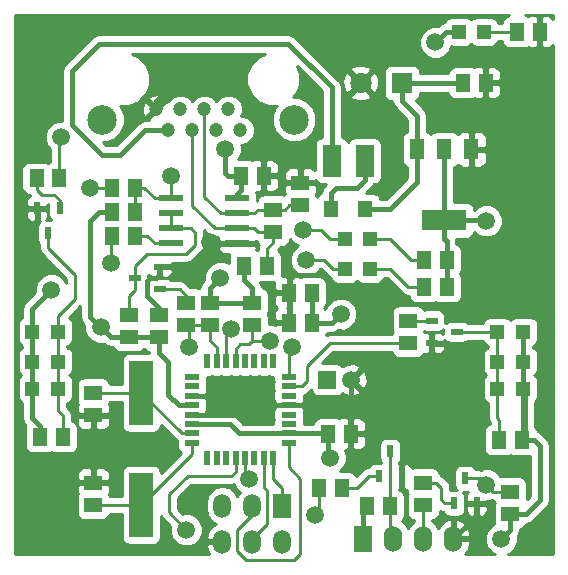
<source format=gbr>
G04 #@! TF.FileFunction,Copper,L1,Top,Signal*
%FSLAX46Y46*%
G04 Gerber Fmt 4.6, Leading zero omitted, Abs format (unit mm)*
G04 Created by KiCad (PCBNEW 4.0.7-e2-6376~58~ubuntu14.04.1) date Sun Feb 11 14:12:52 2018*
%MOMM*%
%LPD*%
G01*
G04 APERTURE LIST*
%ADD10C,0.100000*%
%ADD11R,1.300480X1.498600*%
%ADD12R,1.498600X1.300480*%
%ADD13R,1.800000X1.800000*%
%ADD14C,1.800000*%
%ADD15R,1.500000X1.500000*%
%ADD16C,1.500000*%
%ADD17R,1.300480X1.399540*%
%ADD18R,1.198880X1.198880*%
%ADD19R,1.600200X2.692400*%
%ADD20R,1.524000X1.998980*%
%ADD21O,1.524000X1.998980*%
%ADD22R,1.524000X2.199640*%
%ADD23O,1.524000X2.199640*%
%ADD24C,1.198880*%
%ADD25C,2.499360*%
%ADD26R,1.000760X0.599440*%
%ADD27R,0.599440X1.000760*%
%ADD28R,1.300480X0.551180*%
%ADD29R,0.551180X1.300480*%
%ADD30R,1.300480X1.800860*%
%ADD31R,3.799840X1.800860*%
%ADD32R,1.998980X0.599440*%
%ADD33R,1.998980X5.499100*%
%ADD34R,1.200000X1.200000*%
%ADD35C,0.400000*%
%ADD36C,0.250000*%
%ADD37C,0.254000*%
G04 APERTURE END LIST*
D10*
D11*
X41211500Y-56134000D03*
X43116500Y-56134000D03*
D12*
X21336000Y-52641500D03*
X21336000Y-54546500D03*
X26924000Y-47942500D03*
X26924000Y-46037500D03*
D11*
X39814500Y-46736000D03*
X37909500Y-46736000D03*
D12*
X21336000Y-62166500D03*
X21336000Y-60261500D03*
D13*
X47470000Y-26416000D03*
D14*
X43970000Y-26416000D03*
D11*
X52641500Y-26416000D03*
X54546500Y-26416000D03*
X39814500Y-44196000D03*
X37909500Y-44196000D03*
D15*
X41164000Y-51562000D03*
D16*
X43164000Y-51562000D03*
D11*
X33845500Y-34290000D03*
X35750500Y-34290000D03*
D17*
X41475660Y-37084000D03*
X44376340Y-37084000D03*
D18*
X54389020Y-22098000D03*
X52290980Y-22098000D03*
X42638980Y-39624000D03*
X44737020Y-39624000D03*
X42638980Y-42164000D03*
X44737020Y-42164000D03*
D19*
X44323000Y-33020000D03*
X41529000Y-33020000D03*
D20*
X37338000Y-62235080D03*
D21*
X37338000Y-65272920D03*
X34798000Y-62235080D03*
X34798000Y-65272920D03*
X32258000Y-62235080D03*
X32258000Y-65272920D03*
D22*
X44196000Y-65024000D03*
D23*
X46736000Y-65024000D03*
X49276000Y-65024000D03*
X51816000Y-65024000D03*
D24*
X28704540Y-28646120D03*
X26675080Y-28646120D03*
X27688540Y-30426660D03*
X29718000Y-30426660D03*
X30734000Y-28646120D03*
X31747460Y-30426660D03*
X32763460Y-28646120D03*
X33776920Y-30426660D03*
D25*
X38346380Y-29535120D03*
X22105620Y-29535120D03*
D26*
X26964640Y-43878500D03*
X24851360Y-42926000D03*
X26964640Y-41973500D03*
D27*
X45529500Y-59730640D03*
X46482000Y-57617360D03*
X47434500Y-59730640D03*
X51879500Y-62016640D03*
X52832000Y-59903360D03*
X53784500Y-62016640D03*
D12*
X34798000Y-45021500D03*
X34798000Y-46926500D03*
D11*
X59118500Y-22098000D03*
X57213500Y-22098000D03*
D12*
X31242000Y-46926500D03*
X31242000Y-45021500D03*
X29210000Y-46926500D03*
X29210000Y-45021500D03*
D11*
X42354500Y-60706000D03*
X40449500Y-60706000D03*
D12*
X24384000Y-47942500D03*
X24384000Y-46037500D03*
D11*
X49339500Y-41402000D03*
X51244500Y-41402000D03*
X44513500Y-62230000D03*
X46418500Y-62230000D03*
X51244500Y-43688000D03*
X49339500Y-43688000D03*
X24828500Y-35306000D03*
X22923500Y-35306000D03*
X24828500Y-39370000D03*
X22923500Y-39370000D03*
D12*
X56642000Y-62928500D03*
X56642000Y-61023500D03*
X49276000Y-60261500D03*
X49276000Y-62166500D03*
D11*
X22923500Y-37338000D03*
X24828500Y-37338000D03*
X36004500Y-41910000D03*
X34099500Y-41910000D03*
D12*
X38862000Y-34861500D03*
X38862000Y-36766500D03*
X36576000Y-37147500D03*
X36576000Y-39052500D03*
D28*
X29682440Y-53703220D03*
X29682440Y-54500780D03*
X29682440Y-55300880D03*
X29682440Y-56100980D03*
X29682440Y-56901080D03*
X29682440Y-51302920D03*
X29682440Y-52103020D03*
X29682440Y-52903120D03*
D29*
X30982920Y-58201560D03*
X31783020Y-58201560D03*
X32583120Y-58201560D03*
X33383220Y-58201560D03*
X34180780Y-58201560D03*
X34980880Y-58201560D03*
X35780980Y-58201560D03*
X36581080Y-58201560D03*
D28*
X37881560Y-56901080D03*
X37881560Y-56100980D03*
X37881560Y-55300880D03*
X37881560Y-54500780D03*
X37881560Y-53703220D03*
X37881560Y-52903120D03*
X37881560Y-52103020D03*
X37881560Y-51302920D03*
D29*
X36581080Y-50002440D03*
X35780980Y-50002440D03*
X34980880Y-50002440D03*
X34180780Y-50002440D03*
X33383220Y-50002440D03*
X32583120Y-50002440D03*
X31783020Y-50002440D03*
X30982920Y-50002440D03*
D30*
X53355240Y-32052260D03*
X51054000Y-32052260D03*
X48752760Y-32052260D03*
D31*
X51054000Y-38051740D03*
D32*
X27940000Y-36195000D03*
X27940000Y-37465000D03*
X27940000Y-38735000D03*
X27940000Y-40005000D03*
X33528000Y-40005000D03*
X33528000Y-38735000D03*
X33528000Y-37465000D03*
X33528000Y-36195000D03*
D33*
X25400000Y-52654200D03*
X25400000Y-62153800D03*
D27*
X18478500Y-37043360D03*
X17526000Y-39156640D03*
X16573500Y-37043360D03*
D26*
X49997360Y-46545500D03*
X52110640Y-47498000D03*
X49997360Y-48450500D03*
D11*
X57594500Y-56642000D03*
X55689500Y-56642000D03*
X18452500Y-34500000D03*
X16547500Y-34500000D03*
X16827500Y-56388000D03*
X18732500Y-56388000D03*
D12*
X48006000Y-48450500D03*
X48006000Y-46545500D03*
D34*
X57742000Y-47498000D03*
X55542000Y-47498000D03*
X16172000Y-47498000D03*
X18372000Y-47498000D03*
X16172000Y-50038000D03*
X18372000Y-50038000D03*
X16172000Y-52324000D03*
X18372000Y-52324000D03*
X57742000Y-50038000D03*
X55542000Y-50038000D03*
X57742000Y-52324000D03*
X55542000Y-52324000D03*
D16*
X17780000Y-43942000D03*
X21971000Y-47117000D03*
X32512000Y-32004000D03*
X41402000Y-58166000D03*
X32100000Y-42900000D03*
X42300000Y-46000000D03*
X50300000Y-23000000D03*
X55880000Y-65024000D03*
X54610000Y-38100000D03*
X33528000Y-24638000D03*
X44196000Y-44196000D03*
X31242000Y-39878000D03*
X39370000Y-41402000D03*
X29464000Y-48768000D03*
X22860000Y-41656000D03*
X36322000Y-48260000D03*
X54610000Y-60452000D03*
X34544000Y-59944000D03*
X18600000Y-31000000D03*
X38200000Y-48800000D03*
X40132000Y-62992000D03*
X29210000Y-64262000D03*
X21082000Y-35306000D03*
X33020000Y-47244000D03*
X27940000Y-34290000D03*
X39116000Y-38862000D03*
D35*
X16172000Y-47498000D02*
X16172000Y-45550000D01*
X16172000Y-45550000D02*
X17780000Y-43942000D01*
X16172000Y-50038000D02*
X16172000Y-47498000D01*
X16172000Y-52324000D02*
X16172000Y-50038000D01*
X16827500Y-56388000D02*
X16827500Y-55435500D01*
X16172000Y-54780000D02*
X16172000Y-52324000D01*
X16827500Y-55435500D02*
X16172000Y-54780000D01*
X56642000Y-62928500D02*
X57975500Y-62928500D01*
X58674000Y-56642000D02*
X57594500Y-56642000D01*
X59182000Y-57150000D02*
X58674000Y-56642000D01*
X59182000Y-61722000D02*
X59182000Y-57150000D01*
X57975500Y-62928500D02*
X59182000Y-61722000D01*
X57742000Y-47498000D02*
X57742000Y-50038000D01*
X57742000Y-50038000D02*
X57742000Y-52324000D01*
X57594500Y-56642000D02*
X57742000Y-56494500D01*
X57742000Y-56494500D02*
X57742000Y-52324000D01*
X33845500Y-34290000D02*
X32766000Y-34290000D01*
X32512000Y-34036000D02*
X32512000Y-32004000D01*
X32766000Y-34290000D02*
X32512000Y-34036000D01*
X41211500Y-57975500D02*
X41211500Y-56134000D01*
X41402000Y-58166000D02*
X41211500Y-57975500D01*
X31242000Y-43758000D02*
X32100000Y-42900000D01*
X31242000Y-43758000D02*
X31242000Y-45021500D01*
X39814500Y-46736000D02*
X41564000Y-46736000D01*
X41564000Y-46736000D02*
X42300000Y-46000000D01*
X51054000Y-32052260D02*
X51054000Y-38051740D01*
X52290980Y-22098000D02*
X51202000Y-22098000D01*
X51202000Y-22098000D02*
X50300000Y-23000000D01*
X57594500Y-56642000D02*
X57912000Y-56324500D01*
X57912000Y-56324500D02*
X57912000Y-52324000D01*
X34099500Y-41910000D02*
X34099500Y-43099500D01*
X34798000Y-43798000D02*
X34798000Y-45021500D01*
X34099500Y-43099500D02*
X34798000Y-43798000D01*
X31242000Y-45021500D02*
X34798000Y-45021500D01*
X37881560Y-56100980D02*
X33700980Y-56100980D01*
X32900880Y-55300880D02*
X29682440Y-55300880D01*
X33700980Y-56100980D02*
X32900880Y-55300880D01*
X56642000Y-62928500D02*
X56642000Y-64262000D01*
X56642000Y-64262000D02*
X55880000Y-65024000D01*
X44513500Y-62230000D02*
X44196000Y-62547500D01*
X44196000Y-62547500D02*
X44196000Y-65024000D01*
X22923500Y-37338000D02*
X21844000Y-37338000D01*
X21844000Y-37338000D02*
X21082000Y-38100000D01*
X21082000Y-38100000D02*
X21082000Y-46228000D01*
X21082000Y-46228000D02*
X21971000Y-47117000D01*
X22796500Y-47942500D02*
X24384000Y-47942500D01*
X21971000Y-47117000D02*
X22796500Y-47942500D01*
X54561740Y-38051740D02*
X51054000Y-38051740D01*
X54610000Y-38100000D02*
X54561740Y-38051740D01*
X29682440Y-53703220D02*
X28557220Y-53703220D01*
X26924000Y-49276000D02*
X26924000Y-47942500D01*
X27686000Y-50038000D02*
X26924000Y-49276000D01*
X27686000Y-52832000D02*
X27686000Y-50038000D01*
X28557220Y-53703220D02*
X27686000Y-52832000D01*
X39814500Y-44196000D02*
X39814500Y-46736000D01*
X37881560Y-56100980D02*
X41178480Y-56100980D01*
X41178480Y-56100980D02*
X41211500Y-56134000D01*
X41164000Y-56086500D02*
X41211500Y-56134000D01*
X24384000Y-47942500D02*
X26924000Y-47942500D01*
X33528000Y-36195000D02*
X33528000Y-35814000D01*
X33845500Y-35496500D02*
X33845500Y-34290000D01*
X33528000Y-35814000D02*
X33845500Y-35496500D01*
X51054000Y-38051740D02*
X51054000Y-39624000D01*
X51054000Y-39624000D02*
X51244500Y-39814500D01*
X51244500Y-39814500D02*
X51244500Y-41402000D01*
X51244500Y-43688000D02*
X51244500Y-41402000D01*
X33528000Y-24638000D02*
X33274000Y-24892000D01*
X33274000Y-24892000D02*
X33274000Y-26924000D01*
X37909500Y-44196000D02*
X37909500Y-43116500D01*
X42418000Y-44196000D02*
X44196000Y-44196000D01*
X40894000Y-42672000D02*
X42418000Y-44196000D01*
X38354000Y-42672000D02*
X40894000Y-42672000D01*
X37909500Y-43116500D02*
X38354000Y-42672000D01*
X31496000Y-40005000D02*
X31369000Y-40005000D01*
X31369000Y-40005000D02*
X31242000Y-39878000D01*
X26675080Y-28646120D02*
X26675080Y-27934920D01*
X26675080Y-27934920D02*
X27686000Y-26924000D01*
X27686000Y-26924000D02*
X33274000Y-26924000D01*
X33274000Y-26924000D02*
X35750500Y-29400500D01*
X35750500Y-29400500D02*
X35750500Y-34290000D01*
X37909500Y-46736000D02*
X37909500Y-44196000D01*
X29682440Y-54500780D02*
X33705660Y-54500780D01*
X33705660Y-54500780D02*
X34503220Y-53703220D01*
X29682440Y-52903120D02*
X33703120Y-52903120D01*
X34503220Y-53703220D02*
X37881560Y-53703220D01*
X33703120Y-52903120D02*
X34503220Y-53703220D01*
X53784500Y-62016640D02*
X53784500Y-63055500D01*
X53784500Y-63055500D02*
X51816000Y-65024000D01*
X37881560Y-53703220D02*
X43164000Y-53703220D01*
X43180000Y-53594000D02*
X43164000Y-53594000D01*
X43180000Y-53687220D02*
X43180000Y-53594000D01*
X43164000Y-53703220D02*
X43180000Y-53687220D01*
X43164000Y-51562000D02*
X43164000Y-53594000D01*
X43164000Y-53594000D02*
X43164000Y-56086500D01*
X43164000Y-56086500D02*
X43116500Y-56134000D01*
X26964640Y-41973500D02*
X26964640Y-42631360D01*
X25908000Y-44450000D02*
X26924000Y-45466000D01*
X25908000Y-43180000D02*
X25908000Y-44450000D01*
X26162000Y-42926000D02*
X25908000Y-43180000D01*
X26670000Y-42926000D02*
X26162000Y-42926000D01*
X26964640Y-42631360D02*
X26670000Y-42926000D01*
X26924000Y-45466000D02*
X26924000Y-46037500D01*
X26964640Y-41973500D02*
X29654500Y-41973500D01*
X31623000Y-40005000D02*
X31496000Y-40005000D01*
X31496000Y-40005000D02*
X33528000Y-40005000D01*
X29654500Y-41973500D02*
X31623000Y-40005000D01*
D36*
X21336000Y-52641500D02*
X25387300Y-52641500D01*
X25387300Y-52641500D02*
X25400000Y-52654200D01*
X29682440Y-56100980D02*
X28846780Y-56100980D01*
X28846780Y-56100980D02*
X25400000Y-52654200D01*
X21336000Y-62166500D02*
X25387300Y-62166500D01*
X25387300Y-62166500D02*
X25400000Y-62153800D01*
X29682440Y-56901080D02*
X29682440Y-57871360D01*
X29682440Y-57871360D02*
X25400000Y-62153800D01*
D35*
X52641500Y-26416000D02*
X47470000Y-26416000D01*
X47470000Y-26416000D02*
X47470000Y-27912000D01*
X48752760Y-29194760D02*
X48752760Y-32052260D01*
X47470000Y-27912000D02*
X48752760Y-29194760D01*
X44376340Y-37084000D02*
X46482000Y-37084000D01*
X48752760Y-34813240D02*
X48752760Y-32052260D01*
X46482000Y-37084000D02*
X48752760Y-34813240D01*
X41475660Y-37084000D02*
X41475660Y-35740340D01*
X44323000Y-34671000D02*
X44323000Y-33020000D01*
X43688000Y-35306000D02*
X44323000Y-34671000D01*
X41910000Y-35306000D02*
X43688000Y-35306000D01*
X41475660Y-35740340D02*
X41910000Y-35306000D01*
D36*
X37881560Y-52103020D02*
X38996980Y-52103020D01*
X41349500Y-48450500D02*
X48006000Y-48450500D01*
X39400000Y-50400000D02*
X41349500Y-48450500D01*
X39400000Y-51700000D02*
X39400000Y-50400000D01*
X38996980Y-52103020D02*
X39400000Y-51700000D01*
X42638980Y-42164000D02*
X41656000Y-42164000D01*
X40894000Y-41402000D02*
X39370000Y-41402000D01*
X41656000Y-42164000D02*
X40894000Y-41402000D01*
X29210000Y-46926500D02*
X29464000Y-47180500D01*
X29464000Y-47180500D02*
X29464000Y-48768000D01*
X22860000Y-41656000D02*
X22860000Y-39433500D01*
X22860000Y-39433500D02*
X22923500Y-39370000D01*
X29210000Y-46926500D02*
X31242000Y-46926500D01*
X31783020Y-50002440D02*
X31783020Y-48801020D01*
X31242000Y-48260000D02*
X31242000Y-46926500D01*
X31783020Y-48801020D02*
X31242000Y-48260000D01*
X57213500Y-22098000D02*
X54389020Y-22098000D01*
X37338000Y-62484000D02*
X37338000Y-60706000D01*
X36581080Y-59949080D02*
X36581080Y-58201560D01*
X37338000Y-60706000D02*
X36581080Y-59949080D01*
X34798000Y-62484000D02*
X34798000Y-62992000D01*
X34798000Y-62992000D02*
X33528000Y-64262000D01*
X37881560Y-58963560D02*
X37881560Y-56901080D01*
X38862000Y-59944000D02*
X37881560Y-58963560D01*
X38862000Y-66294000D02*
X38862000Y-59944000D01*
X38354000Y-66802000D02*
X38862000Y-66294000D01*
X34290000Y-66802000D02*
X38354000Y-66802000D01*
X33528000Y-66040000D02*
X34290000Y-66802000D01*
X33528000Y-64262000D02*
X33528000Y-66040000D01*
X35780980Y-58201560D02*
X35780980Y-60672980D01*
X36068000Y-63754000D02*
X34798000Y-65024000D01*
X36068000Y-60960000D02*
X36068000Y-63754000D01*
X35780980Y-60672980D02*
X36068000Y-60960000D01*
X34798000Y-48260000D02*
X36322000Y-48260000D01*
X33383220Y-50002440D02*
X33383220Y-48912780D01*
X34798000Y-48260000D02*
X34798000Y-46926500D01*
X34544000Y-48514000D02*
X34798000Y-48260000D01*
X33782000Y-48514000D02*
X34544000Y-48514000D01*
X33383220Y-48912780D02*
X33782000Y-48514000D01*
X33528000Y-38735000D02*
X34925000Y-38735000D01*
X35242500Y-39052500D02*
X36576000Y-39052500D01*
X34925000Y-38735000D02*
X35242500Y-39052500D01*
X36576000Y-39052500D02*
X36576000Y-39878000D01*
X36576000Y-39878000D02*
X36004500Y-40449500D01*
X36004500Y-40449500D02*
X36004500Y-41910000D01*
X33528000Y-38735000D02*
X31623000Y-38735000D01*
X29718000Y-36830000D02*
X29718000Y-30426660D01*
X31623000Y-38735000D02*
X29718000Y-36830000D01*
X38862000Y-36766500D02*
X37909500Y-36766500D01*
X37528500Y-37147500D02*
X36576000Y-37147500D01*
X37909500Y-36766500D02*
X37528500Y-37147500D01*
X33528000Y-37465000D02*
X34925000Y-37465000D01*
X35242500Y-37147500D02*
X36576000Y-37147500D01*
X34925000Y-37465000D02*
X35242500Y-37147500D01*
X33528000Y-37465000D02*
X32131000Y-37465000D01*
X30734000Y-36068000D02*
X30734000Y-28646120D01*
X32131000Y-37465000D02*
X30734000Y-36068000D01*
X46418500Y-62230000D02*
X46482000Y-62166500D01*
X46482000Y-62166500D02*
X46482000Y-57617360D01*
X46522640Y-62125860D02*
X46418500Y-62230000D01*
X46418500Y-62230000D02*
X46418500Y-64706500D01*
X46418500Y-64706500D02*
X46736000Y-65024000D01*
X24851360Y-42926000D02*
X24851360Y-41950640D01*
X29591000Y-38735000D02*
X27940000Y-38735000D01*
X29972000Y-39116000D02*
X29591000Y-38735000D01*
X29972000Y-40132000D02*
X29972000Y-39116000D01*
X29210000Y-40894000D02*
X29972000Y-40132000D01*
X25908000Y-40894000D02*
X29210000Y-40894000D01*
X24851360Y-41950640D02*
X25908000Y-40894000D01*
X27940000Y-37465000D02*
X27940000Y-38735000D01*
X24384000Y-46037500D02*
X24384000Y-44450000D01*
X24851360Y-43982640D02*
X24851360Y-42926000D01*
X24384000Y-44450000D02*
X24851360Y-43982640D01*
X45529500Y-59730640D02*
X44663360Y-59730640D01*
X43688000Y-60706000D02*
X42354500Y-60706000D01*
X44663360Y-59730640D02*
X43688000Y-60706000D01*
X49276000Y-60261500D02*
X50355500Y-60261500D01*
X51094640Y-62016640D02*
X51879500Y-62016640D01*
X50800000Y-61722000D02*
X51094640Y-62016640D01*
X50800000Y-60706000D02*
X50800000Y-61722000D01*
X50355500Y-60261500D02*
X50800000Y-60706000D01*
X34180780Y-58201560D02*
X34180780Y-59580780D01*
X34180780Y-59580780D02*
X34544000Y-59944000D01*
X56642000Y-61023500D02*
X55181500Y-61023500D01*
X54061360Y-59903360D02*
X52832000Y-59903360D01*
X55181500Y-61023500D02*
X54610000Y-60452000D01*
X54610000Y-60452000D02*
X54061360Y-59903360D01*
X37881560Y-51302920D02*
X37881560Y-49118440D01*
X18452500Y-31147500D02*
X18452500Y-34500000D01*
X18600000Y-31000000D02*
X18452500Y-31147500D01*
X37881560Y-49118440D02*
X38200000Y-48800000D01*
X33383220Y-58201560D02*
X33383220Y-59326780D01*
X40449500Y-62674500D02*
X40449500Y-60706000D01*
X40132000Y-62992000D02*
X40449500Y-62674500D01*
X27740000Y-62792000D02*
X29210000Y-64262000D01*
X27740000Y-61268000D02*
X27740000Y-62792000D01*
X29318000Y-59690000D02*
X27740000Y-61268000D01*
X33020000Y-59690000D02*
X29318000Y-59690000D01*
X33383220Y-59326780D02*
X33020000Y-59690000D01*
X32583120Y-50002440D02*
X32583120Y-47680880D01*
X21082000Y-35306000D02*
X22923500Y-35306000D01*
X32583120Y-47680880D02*
X33020000Y-47244000D01*
X42638980Y-39624000D02*
X41402000Y-39624000D01*
X27940000Y-34290000D02*
X27940000Y-36195000D01*
X40640000Y-38862000D02*
X39116000Y-38862000D01*
X41402000Y-39624000D02*
X40640000Y-38862000D01*
X27940000Y-36195000D02*
X26543000Y-36195000D01*
X25654000Y-35306000D02*
X24828500Y-35306000D01*
X26543000Y-36195000D02*
X25654000Y-35306000D01*
X24828500Y-35306000D02*
X24828500Y-37338000D01*
X29210000Y-45021500D02*
X29210000Y-44450000D01*
X29210000Y-44450000D02*
X28638500Y-43878500D01*
X28638500Y-43878500D02*
X26964640Y-43878500D01*
D35*
X27688540Y-30426660D02*
X25707340Y-30426660D01*
X41529000Y-26797000D02*
X41529000Y-33020000D01*
X37846000Y-23114000D02*
X41529000Y-26797000D01*
X21844000Y-23114000D02*
X37846000Y-23114000D01*
X19558000Y-25400000D02*
X21844000Y-23114000D01*
X19558000Y-29972000D02*
X19558000Y-25400000D01*
X22098000Y-32512000D02*
X19558000Y-29972000D01*
X23622000Y-32512000D02*
X22098000Y-32512000D01*
X25707340Y-30426660D02*
X23622000Y-32512000D01*
X27688540Y-30426660D02*
X27688540Y-30731460D01*
D36*
X49339500Y-41402000D02*
X48260000Y-41402000D01*
X46482000Y-39624000D02*
X44737020Y-39624000D01*
X48260000Y-41402000D02*
X46482000Y-39624000D01*
X49339500Y-43688000D02*
X48006000Y-43688000D01*
X46482000Y-42164000D02*
X44737020Y-42164000D01*
X48006000Y-43688000D02*
X46482000Y-42164000D01*
X49276000Y-62166500D02*
X49276000Y-65024000D01*
X27940000Y-40005000D02*
X26543000Y-40005000D01*
X25908000Y-39370000D02*
X24828500Y-39370000D01*
X26543000Y-40005000D02*
X25908000Y-39370000D01*
X52110640Y-47498000D02*
X55542000Y-47498000D01*
X55542000Y-52324000D02*
X55542000Y-50038000D01*
X55542000Y-47498000D02*
X55542000Y-50038000D01*
X55689500Y-56642000D02*
X55689500Y-54927500D01*
X55542000Y-54780000D02*
X55542000Y-52324000D01*
X55689500Y-54927500D02*
X55542000Y-54780000D01*
X55689500Y-56642000D02*
X55372000Y-56324500D01*
X18478500Y-37043360D02*
X18478500Y-36378500D01*
X16547500Y-35447500D02*
X16547500Y-34500000D01*
X17000000Y-35900000D02*
X16547500Y-35447500D01*
X18000000Y-35900000D02*
X17000000Y-35900000D01*
X18478500Y-36378500D02*
X18000000Y-35900000D01*
X49997360Y-46545500D02*
X48006000Y-46545500D01*
X18732500Y-56388000D02*
X18732500Y-54546500D01*
X18372000Y-54186000D02*
X18372000Y-52324000D01*
X18732500Y-54546500D02*
X18372000Y-54186000D01*
X18372000Y-50038000D02*
X18372000Y-52324000D01*
X18372000Y-47498000D02*
X18372000Y-50038000D01*
X17526000Y-39156640D02*
X17526000Y-40386000D01*
X18372000Y-46144000D02*
X18372000Y-47498000D01*
X19812000Y-44704000D02*
X18372000Y-46144000D01*
X19812000Y-42672000D02*
X19812000Y-44704000D01*
X17526000Y-40386000D02*
X19812000Y-42672000D01*
D37*
G36*
X56327943Y-20745538D02*
X56111819Y-20884610D01*
X55966829Y-21096810D01*
X55917987Y-21338000D01*
X55605689Y-21338000D01*
X55591622Y-21263243D01*
X55452550Y-21047119D01*
X55240350Y-20902129D01*
X54988460Y-20851120D01*
X53789580Y-20851120D01*
X53554263Y-20895398D01*
X53338139Y-21034470D01*
X53337457Y-21035467D01*
X53142310Y-20902129D01*
X52890420Y-20851120D01*
X51691540Y-20851120D01*
X51456223Y-20895398D01*
X51240099Y-21034470D01*
X51095109Y-21246670D01*
X51087177Y-21285840D01*
X50882460Y-21326560D01*
X50611566Y-21507566D01*
X50503955Y-21615177D01*
X50025715Y-21614760D01*
X49516485Y-21825169D01*
X49126539Y-22214436D01*
X48915241Y-22723298D01*
X48914760Y-23274285D01*
X49125169Y-23783515D01*
X49514436Y-24173461D01*
X50023298Y-24384759D01*
X50574285Y-24385240D01*
X51083515Y-24174831D01*
X51473461Y-23785564D01*
X51659171Y-23338325D01*
X51691540Y-23344880D01*
X52890420Y-23344880D01*
X53125737Y-23300602D01*
X53341861Y-23161530D01*
X53342543Y-23160533D01*
X53537690Y-23293871D01*
X53789580Y-23344880D01*
X54988460Y-23344880D01*
X55223777Y-23300602D01*
X55439901Y-23161530D01*
X55584891Y-22949330D01*
X55603386Y-22858000D01*
X55917833Y-22858000D01*
X55960098Y-23082617D01*
X56099170Y-23298741D01*
X56311370Y-23443731D01*
X56563260Y-23494740D01*
X57863740Y-23494740D01*
X58099057Y-23450462D01*
X58164078Y-23408622D01*
X58341951Y-23482300D01*
X58832750Y-23482300D01*
X58991500Y-23323550D01*
X58991500Y-22225000D01*
X58971500Y-22225000D01*
X58971500Y-21971000D01*
X58991500Y-21971000D01*
X58991500Y-20872450D01*
X58832750Y-20713700D01*
X58341951Y-20713700D01*
X58165905Y-20786621D01*
X58115630Y-20752269D01*
X57906899Y-20710000D01*
X60290000Y-20710000D01*
X60290000Y-20971934D01*
X60128438Y-20810373D01*
X59895049Y-20713700D01*
X59404250Y-20713700D01*
X59245500Y-20872450D01*
X59245500Y-21971000D01*
X59265500Y-21971000D01*
X59265500Y-22225000D01*
X59245500Y-22225000D01*
X59245500Y-23323550D01*
X59404250Y-23482300D01*
X59895049Y-23482300D01*
X60128438Y-23385627D01*
X60290000Y-23224066D01*
X60290000Y-66290000D01*
X56442869Y-66290000D01*
X56663515Y-66198831D01*
X57053461Y-65809564D01*
X57264759Y-65300702D01*
X57265193Y-64803407D01*
X57413440Y-64581540D01*
X57477000Y-64262000D01*
X57477000Y-64210054D01*
X57626617Y-64181902D01*
X57842741Y-64042830D01*
X57987731Y-63830630D01*
X58002409Y-63758147D01*
X58295041Y-63699939D01*
X58565934Y-63518934D01*
X59772434Y-62312434D01*
X59953440Y-62041540D01*
X60017000Y-61722000D01*
X60017000Y-57150000D01*
X59953439Y-56830459D01*
X59834791Y-56652890D01*
X59772434Y-56559565D01*
X59264434Y-56051566D01*
X59197736Y-56007000D01*
X58993541Y-55870561D01*
X58883911Y-55848754D01*
X58847902Y-55657383D01*
X58747000Y-55500577D01*
X58747000Y-53417974D01*
X58793441Y-53388090D01*
X58938431Y-53175890D01*
X58989440Y-52924000D01*
X58989440Y-51724000D01*
X58945162Y-51488683D01*
X58806090Y-51272559D01*
X58671469Y-51180577D01*
X58793441Y-51102090D01*
X58938431Y-50889890D01*
X58989440Y-50638000D01*
X58989440Y-49438000D01*
X58945162Y-49202683D01*
X58806090Y-48986559D01*
X58593890Y-48841569D01*
X58577000Y-48838149D01*
X58577000Y-48701222D01*
X58577317Y-48701162D01*
X58793441Y-48562090D01*
X58938431Y-48349890D01*
X58989440Y-48098000D01*
X58989440Y-46898000D01*
X58945162Y-46662683D01*
X58806090Y-46446559D01*
X58593890Y-46301569D01*
X58342000Y-46250560D01*
X57142000Y-46250560D01*
X56906683Y-46294838D01*
X56690559Y-46433910D01*
X56642866Y-46503711D01*
X56606090Y-46446559D01*
X56393890Y-46301569D01*
X56142000Y-46250560D01*
X54942000Y-46250560D01*
X54706683Y-46294838D01*
X54490559Y-46433910D01*
X54345569Y-46646110D01*
X54326961Y-46738000D01*
X53062174Y-46738000D01*
X52862910Y-46601849D01*
X52611020Y-46550840D01*
X51610260Y-46550840D01*
X51374943Y-46595118D01*
X51158819Y-46734190D01*
X51145180Y-46754151D01*
X51145180Y-46245780D01*
X51100902Y-46010463D01*
X50961830Y-45794339D01*
X50749630Y-45649349D01*
X50497740Y-45598340D01*
X49496980Y-45598340D01*
X49338063Y-45628242D01*
X49219390Y-45443819D01*
X49007190Y-45298829D01*
X48755300Y-45247820D01*
X47256700Y-45247820D01*
X47021383Y-45292098D01*
X46805259Y-45431170D01*
X46660269Y-45643370D01*
X46609260Y-45895260D01*
X46609260Y-47195740D01*
X46653538Y-47431057D01*
X46695679Y-47496546D01*
X46660269Y-47548370D01*
X46631487Y-47690500D01*
X41349500Y-47690500D01*
X41058660Y-47748352D01*
X41049247Y-47754642D01*
X41061171Y-47737190D01*
X41094825Y-47571000D01*
X41564000Y-47571000D01*
X41883541Y-47507439D01*
X42067087Y-47384797D01*
X42574285Y-47385240D01*
X43083515Y-47174831D01*
X43473461Y-46785564D01*
X43684759Y-46276702D01*
X43685240Y-45725715D01*
X43474831Y-45216485D01*
X43085564Y-44826539D01*
X42576702Y-44615241D01*
X42025715Y-44614760D01*
X41516485Y-44825169D01*
X41126539Y-45214436D01*
X40968028Y-45596174D01*
X40928830Y-45535259D01*
X40827825Y-45466245D01*
X40916181Y-45409390D01*
X41061171Y-45197190D01*
X41112180Y-44945300D01*
X41112180Y-43446700D01*
X41067902Y-43211383D01*
X40928830Y-42995259D01*
X40716630Y-42850269D01*
X40464740Y-42799260D01*
X39164260Y-42799260D01*
X38928943Y-42843538D01*
X38863922Y-42885378D01*
X38686049Y-42811700D01*
X38195250Y-42811700D01*
X38036500Y-42970450D01*
X38036500Y-44069000D01*
X38056500Y-44069000D01*
X38056500Y-44323000D01*
X38036500Y-44323000D01*
X38036500Y-45421550D01*
X38080950Y-45466000D01*
X38036500Y-45510450D01*
X38036500Y-46609000D01*
X38056500Y-46609000D01*
X38056500Y-46863000D01*
X38036500Y-46863000D01*
X38036500Y-46883000D01*
X37782500Y-46883000D01*
X37782500Y-46863000D01*
X36783010Y-46863000D01*
X36720284Y-46925726D01*
X36598702Y-46875241D01*
X36194740Y-46874888D01*
X36194740Y-46276260D01*
X36150462Y-46040943D01*
X36108321Y-45975454D01*
X36143731Y-45923630D01*
X36194740Y-45671740D01*
X36194740Y-44481750D01*
X36624260Y-44481750D01*
X36624260Y-45071610D01*
X36720933Y-45304999D01*
X36881935Y-45466000D01*
X36720933Y-45627001D01*
X36624260Y-45860390D01*
X36624260Y-46450250D01*
X36783010Y-46609000D01*
X37782500Y-46609000D01*
X37782500Y-45510450D01*
X37738050Y-45466000D01*
X37782500Y-45421550D01*
X37782500Y-44323000D01*
X36783010Y-44323000D01*
X36624260Y-44481750D01*
X36194740Y-44481750D01*
X36194740Y-44371260D01*
X36150462Y-44135943D01*
X36011390Y-43919819D01*
X35799190Y-43774829D01*
X35621222Y-43738790D01*
X35569439Y-43478459D01*
X35454700Y-43306740D01*
X36629914Y-43306740D01*
X36624260Y-43320390D01*
X36624260Y-43910250D01*
X36783010Y-44069000D01*
X37782500Y-44069000D01*
X37782500Y-42970450D01*
X37623750Y-42811700D01*
X37271318Y-42811700D01*
X37302180Y-42659300D01*
X37302180Y-41160700D01*
X37257902Y-40925383D01*
X37118830Y-40709259D01*
X36941029Y-40587773D01*
X37113401Y-40415401D01*
X37156980Y-40350180D01*
X37325300Y-40350180D01*
X37560617Y-40305902D01*
X37776741Y-40166830D01*
X37921731Y-39954630D01*
X37972740Y-39702740D01*
X37972740Y-39677141D01*
X38330436Y-40035461D01*
X38689556Y-40184581D01*
X38586485Y-40227169D01*
X38196539Y-40616436D01*
X37985241Y-41125298D01*
X37984760Y-41676285D01*
X38195169Y-42185515D01*
X38584436Y-42575461D01*
X39093298Y-42786759D01*
X39644285Y-42787240D01*
X40153515Y-42576831D01*
X40543461Y-42187564D01*
X40554076Y-42162000D01*
X40579198Y-42162000D01*
X41118599Y-42701401D01*
X41365161Y-42866148D01*
X41413225Y-42875709D01*
X41436378Y-42998757D01*
X41575450Y-43214881D01*
X41787650Y-43359871D01*
X42039540Y-43410880D01*
X43238420Y-43410880D01*
X43473737Y-43366602D01*
X43689861Y-43227530D01*
X43690543Y-43226533D01*
X43885690Y-43359871D01*
X44137580Y-43410880D01*
X45336460Y-43410880D01*
X45571777Y-43366602D01*
X45787901Y-43227530D01*
X45932891Y-43015330D01*
X45951386Y-42924000D01*
X46167198Y-42924000D01*
X47468599Y-44225401D01*
X47715160Y-44390148D01*
X47763414Y-44399746D01*
X48006000Y-44448000D01*
X48043833Y-44448000D01*
X48086098Y-44672617D01*
X48225170Y-44888741D01*
X48437370Y-45033731D01*
X48689260Y-45084740D01*
X49989740Y-45084740D01*
X50225057Y-45040462D01*
X50290546Y-44998321D01*
X50342370Y-45033731D01*
X50594260Y-45084740D01*
X51894740Y-45084740D01*
X52130057Y-45040462D01*
X52346181Y-44901390D01*
X52491171Y-44689190D01*
X52542180Y-44437300D01*
X52542180Y-42938700D01*
X52497902Y-42703383D01*
X52395156Y-42543712D01*
X52491171Y-42403190D01*
X52542180Y-42151300D01*
X52542180Y-40652700D01*
X52497902Y-40417383D01*
X52358830Y-40201259D01*
X52146630Y-40056269D01*
X52079500Y-40042675D01*
X52079500Y-39814500D01*
X52067595Y-39754648D01*
X52036756Y-39599610D01*
X52953920Y-39599610D01*
X53189237Y-39555332D01*
X53405361Y-39416260D01*
X53550351Y-39204060D01*
X53584891Y-39033498D01*
X53824436Y-39273461D01*
X54333298Y-39484759D01*
X54884285Y-39485240D01*
X55393515Y-39274831D01*
X55783461Y-38885564D01*
X55994759Y-38376702D01*
X55995240Y-37825715D01*
X55784831Y-37316485D01*
X55395564Y-36926539D01*
X54886702Y-36715241D01*
X54335715Y-36714760D01*
X53826485Y-36925169D01*
X53601137Y-37150125D01*
X53557082Y-36915993D01*
X53418010Y-36699869D01*
X53205810Y-36554879D01*
X52953920Y-36503870D01*
X51889000Y-36503870D01*
X51889000Y-33565365D01*
X51939557Y-33555852D01*
X52155681Y-33416780D01*
X52202517Y-33348233D01*
X52345302Y-33491017D01*
X52578691Y-33587690D01*
X53069490Y-33587690D01*
X53228240Y-33428940D01*
X53228240Y-32179260D01*
X53482240Y-32179260D01*
X53482240Y-33428940D01*
X53640990Y-33587690D01*
X54131789Y-33587690D01*
X54365178Y-33491017D01*
X54543807Y-33312389D01*
X54640480Y-33079000D01*
X54640480Y-32338010D01*
X54481730Y-32179260D01*
X53482240Y-32179260D01*
X53228240Y-32179260D01*
X53208240Y-32179260D01*
X53208240Y-31925260D01*
X53228240Y-31925260D01*
X53228240Y-30675580D01*
X53482240Y-30675580D01*
X53482240Y-31925260D01*
X54481730Y-31925260D01*
X54640480Y-31766510D01*
X54640480Y-31025520D01*
X54543807Y-30792131D01*
X54365178Y-30613503D01*
X54131789Y-30516830D01*
X53640990Y-30516830D01*
X53482240Y-30675580D01*
X53228240Y-30675580D01*
X53069490Y-30516830D01*
X52578691Y-30516830D01*
X52345302Y-30613503D01*
X52203602Y-30755203D01*
X52168330Y-30700389D01*
X51956130Y-30555399D01*
X51704240Y-30504390D01*
X50403760Y-30504390D01*
X50168443Y-30548668D01*
X49952319Y-30687740D01*
X49904235Y-30758114D01*
X49867090Y-30700389D01*
X49654890Y-30555399D01*
X49587760Y-30541805D01*
X49587760Y-29194760D01*
X49542544Y-28967444D01*
X49524200Y-28875220D01*
X49343194Y-28604326D01*
X48637391Y-27898523D01*
X48821441Y-27780090D01*
X48966431Y-27567890D01*
X49017440Y-27316000D01*
X49017440Y-27251000D01*
X51359946Y-27251000D01*
X51388098Y-27400617D01*
X51527170Y-27616741D01*
X51739370Y-27761731D01*
X51991260Y-27812740D01*
X53291740Y-27812740D01*
X53527057Y-27768462D01*
X53592078Y-27726622D01*
X53769951Y-27800300D01*
X54260750Y-27800300D01*
X54419500Y-27641550D01*
X54419500Y-26543000D01*
X54673500Y-26543000D01*
X54673500Y-27641550D01*
X54832250Y-27800300D01*
X55323049Y-27800300D01*
X55556438Y-27703627D01*
X55735067Y-27524999D01*
X55831740Y-27291610D01*
X55831740Y-26701750D01*
X55672990Y-26543000D01*
X54673500Y-26543000D01*
X54419500Y-26543000D01*
X54399500Y-26543000D01*
X54399500Y-26289000D01*
X54419500Y-26289000D01*
X54419500Y-25190450D01*
X54673500Y-25190450D01*
X54673500Y-26289000D01*
X55672990Y-26289000D01*
X55831740Y-26130250D01*
X55831740Y-25540390D01*
X55735067Y-25307001D01*
X55556438Y-25128373D01*
X55323049Y-25031700D01*
X54832250Y-25031700D01*
X54673500Y-25190450D01*
X54419500Y-25190450D01*
X54260750Y-25031700D01*
X53769951Y-25031700D01*
X53593905Y-25104621D01*
X53543630Y-25070269D01*
X53291740Y-25019260D01*
X51991260Y-25019260D01*
X51755943Y-25063538D01*
X51539819Y-25202610D01*
X51394829Y-25414810D01*
X51361175Y-25581000D01*
X49017440Y-25581000D01*
X49017440Y-25516000D01*
X48973162Y-25280683D01*
X48834090Y-25064559D01*
X48621890Y-24919569D01*
X48370000Y-24868560D01*
X46570000Y-24868560D01*
X46334683Y-24912838D01*
X46118559Y-25051910D01*
X45973569Y-25264110D01*
X45922560Y-25516000D01*
X45922560Y-27316000D01*
X45966838Y-27551317D01*
X46105910Y-27767441D01*
X46318110Y-27912431D01*
X46570000Y-27963440D01*
X46645232Y-27963440D01*
X46698561Y-28231541D01*
X46855316Y-28466141D01*
X46879566Y-28502434D01*
X47917760Y-29540628D01*
X47917760Y-30539155D01*
X47867203Y-30548668D01*
X47651079Y-30687740D01*
X47506089Y-30899940D01*
X47455080Y-31151830D01*
X47455080Y-32952690D01*
X47499358Y-33188007D01*
X47638430Y-33404131D01*
X47850630Y-33549121D01*
X47917760Y-33562715D01*
X47917760Y-34467372D01*
X46136132Y-36249000D01*
X45648575Y-36249000D01*
X45629742Y-36148913D01*
X45490670Y-35932789D01*
X45278470Y-35787799D01*
X45026580Y-35736790D01*
X44438078Y-35736790D01*
X44913434Y-35261434D01*
X45079005Y-35013640D01*
X45123100Y-35013640D01*
X45358417Y-34969362D01*
X45574541Y-34830290D01*
X45719531Y-34618090D01*
X45770540Y-34366200D01*
X45770540Y-31673800D01*
X45726262Y-31438483D01*
X45587190Y-31222359D01*
X45374990Y-31077369D01*
X45123100Y-31026360D01*
X43522900Y-31026360D01*
X43287583Y-31070638D01*
X43071459Y-31209710D01*
X42926469Y-31421910D01*
X42925303Y-31427668D01*
X42793190Y-31222359D01*
X42580990Y-31077369D01*
X42364000Y-31033427D01*
X42364000Y-27496159D01*
X43069446Y-27496159D01*
X43155852Y-27752643D01*
X43729336Y-27962458D01*
X44339460Y-27936839D01*
X44784148Y-27752643D01*
X44870554Y-27496159D01*
X43970000Y-26595605D01*
X43069446Y-27496159D01*
X42364000Y-27496159D01*
X42364000Y-26797000D01*
X42351775Y-26735541D01*
X42300440Y-26477460D01*
X42119434Y-26206566D01*
X42088204Y-26175336D01*
X42423542Y-26175336D01*
X42449161Y-26785460D01*
X42633357Y-27230148D01*
X42889841Y-27316554D01*
X43790395Y-26416000D01*
X44149605Y-26416000D01*
X45050159Y-27316554D01*
X45306643Y-27230148D01*
X45516458Y-26656664D01*
X45490839Y-26046540D01*
X45306643Y-25601852D01*
X45050159Y-25515446D01*
X44149605Y-26416000D01*
X43790395Y-26416000D01*
X42889841Y-25515446D01*
X42633357Y-25601852D01*
X42423542Y-26175336D01*
X42088204Y-26175336D01*
X41248709Y-25335841D01*
X43069446Y-25335841D01*
X43970000Y-26236395D01*
X44870554Y-25335841D01*
X44784148Y-25079357D01*
X44210664Y-24869542D01*
X43600540Y-24895161D01*
X43155852Y-25079357D01*
X43069446Y-25335841D01*
X41248709Y-25335841D01*
X38436434Y-22523566D01*
X38277756Y-22417541D01*
X38165541Y-22342561D01*
X37846000Y-22279000D01*
X21844000Y-22279000D01*
X21524459Y-22342561D01*
X21412244Y-22417541D01*
X21253566Y-22523566D01*
X18967566Y-24809566D01*
X18786561Y-25080459D01*
X18723000Y-25400000D01*
X18723000Y-29615107D01*
X18325715Y-29614760D01*
X17816485Y-29825169D01*
X17426539Y-30214436D01*
X17215241Y-30723298D01*
X17214760Y-31274285D01*
X17425169Y-31783515D01*
X17692500Y-32051312D01*
X17692500Y-33123913D01*
X17566943Y-33147538D01*
X17501454Y-33189679D01*
X17449630Y-33154269D01*
X17197740Y-33103260D01*
X15897260Y-33103260D01*
X15661943Y-33147538D01*
X15445819Y-33286610D01*
X15300829Y-33498810D01*
X15249820Y-33750700D01*
X15249820Y-35249300D01*
X15294098Y-35484617D01*
X15433170Y-35700741D01*
X15645370Y-35845731D01*
X15897260Y-35896740D01*
X15951192Y-35896740D01*
X15999622Y-35969221D01*
X15914082Y-36004653D01*
X15735453Y-36183281D01*
X15638780Y-36416670D01*
X15638780Y-36757610D01*
X15797530Y-36916360D01*
X16446500Y-36916360D01*
X16446500Y-36896360D01*
X16700500Y-36896360D01*
X16700500Y-36916360D01*
X17349470Y-36916360D01*
X17508220Y-36757610D01*
X17508220Y-36660000D01*
X17531340Y-36660000D01*
X17531340Y-37543740D01*
X17575618Y-37779057D01*
X17714690Y-37995181D01*
X17734651Y-38008820D01*
X17306165Y-38008820D01*
X17411547Y-37903439D01*
X17508220Y-37670050D01*
X17508220Y-37329110D01*
X17349470Y-37170360D01*
X16700500Y-37170360D01*
X16700500Y-38019990D01*
X16834372Y-38153862D01*
X16774839Y-38192170D01*
X16629849Y-38404370D01*
X16578840Y-38656260D01*
X16578840Y-39657020D01*
X16623118Y-39892337D01*
X16762190Y-40108461D01*
X16766000Y-40111064D01*
X16766000Y-40386000D01*
X16823852Y-40676839D01*
X16988599Y-40923401D01*
X19052000Y-42986802D01*
X19052000Y-43393653D01*
X18954831Y-43158485D01*
X18565564Y-42768539D01*
X18056702Y-42557241D01*
X17505715Y-42556760D01*
X16996485Y-42767169D01*
X16606539Y-43156436D01*
X16395241Y-43665298D01*
X16394821Y-44146311D01*
X15581566Y-44959566D01*
X15400561Y-45230459D01*
X15337000Y-45550000D01*
X15337000Y-46294778D01*
X15336683Y-46294838D01*
X15120559Y-46433910D01*
X14975569Y-46646110D01*
X14924560Y-46898000D01*
X14924560Y-48098000D01*
X14968838Y-48333317D01*
X15107910Y-48549441D01*
X15320110Y-48694431D01*
X15337000Y-48697851D01*
X15337000Y-48834778D01*
X15336683Y-48834838D01*
X15120559Y-48973910D01*
X14975569Y-49186110D01*
X14924560Y-49438000D01*
X14924560Y-50638000D01*
X14968838Y-50873317D01*
X15107910Y-51089441D01*
X15242531Y-51181423D01*
X15120559Y-51259910D01*
X14975569Y-51472110D01*
X14924560Y-51724000D01*
X14924560Y-52924000D01*
X14968838Y-53159317D01*
X15107910Y-53375441D01*
X15320110Y-53520431D01*
X15337000Y-53523851D01*
X15337000Y-54780000D01*
X15400561Y-55099541D01*
X15575463Y-55361300D01*
X15581566Y-55370434D01*
X15587775Y-55376643D01*
X15580829Y-55386810D01*
X15529820Y-55638700D01*
X15529820Y-57137300D01*
X15574098Y-57372617D01*
X15713170Y-57588741D01*
X15925370Y-57733731D01*
X16177260Y-57784740D01*
X17477740Y-57784740D01*
X17713057Y-57740462D01*
X17778546Y-57698321D01*
X17830370Y-57733731D01*
X18082260Y-57784740D01*
X19382740Y-57784740D01*
X19618057Y-57740462D01*
X19834181Y-57601390D01*
X19979171Y-57389190D01*
X20030180Y-57137300D01*
X20030180Y-55638700D01*
X19986673Y-55407482D01*
X20048373Y-55556438D01*
X20227001Y-55735067D01*
X20460390Y-55831740D01*
X21050250Y-55831740D01*
X21209000Y-55672990D01*
X21209000Y-54673500D01*
X21463000Y-54673500D01*
X21463000Y-55672990D01*
X21621750Y-55831740D01*
X22211610Y-55831740D01*
X22444999Y-55735067D01*
X22623627Y-55556438D01*
X22720300Y-55323049D01*
X22720300Y-54832250D01*
X22561550Y-54673500D01*
X21463000Y-54673500D01*
X21209000Y-54673500D01*
X20110450Y-54673500D01*
X19951700Y-54832250D01*
X19951700Y-55323049D01*
X19983302Y-55399342D01*
X19846830Y-55187259D01*
X19634630Y-55042269D01*
X19492500Y-55013487D01*
X19492500Y-54546500D01*
X19434648Y-54255661D01*
X19269901Y-54009099D01*
X19132000Y-53871198D01*
X19132000Y-53541334D01*
X19207317Y-53527162D01*
X19423441Y-53388090D01*
X19568431Y-53175890D01*
X19619440Y-52924000D01*
X19619440Y-51724000D01*
X19575162Y-51488683D01*
X19436090Y-51272559D01*
X19301469Y-51180577D01*
X19423441Y-51102090D01*
X19568431Y-50889890D01*
X19619440Y-50638000D01*
X19619440Y-49438000D01*
X19575162Y-49202683D01*
X19436090Y-48986559D01*
X19223890Y-48841569D01*
X19132000Y-48822961D01*
X19132000Y-48715334D01*
X19207317Y-48701162D01*
X19423441Y-48562090D01*
X19568431Y-48349890D01*
X19619440Y-48098000D01*
X19619440Y-46898000D01*
X19575162Y-46662683D01*
X19436090Y-46446559D01*
X19262709Y-46328093D01*
X20247000Y-45343802D01*
X20247000Y-46228000D01*
X20310561Y-46547541D01*
X20437822Y-46738000D01*
X20491566Y-46818434D01*
X20586177Y-46913045D01*
X20585760Y-47391285D01*
X20796169Y-47900515D01*
X21185436Y-48290461D01*
X21694298Y-48501759D01*
X22175311Y-48502179D01*
X22206066Y-48532934D01*
X22476959Y-48713939D01*
X22796500Y-48777500D01*
X23022025Y-48777500D01*
X23031538Y-48828057D01*
X23170610Y-49044181D01*
X23382810Y-49189171D01*
X23634700Y-49240180D01*
X25133300Y-49240180D01*
X25368617Y-49195902D01*
X25584741Y-49056830D01*
X25653755Y-48955825D01*
X25710610Y-49044181D01*
X25922810Y-49189171D01*
X26089000Y-49222825D01*
X26089000Y-49257210D01*
X24400510Y-49257210D01*
X24165193Y-49301488D01*
X23949069Y-49440560D01*
X23804079Y-49652760D01*
X23753070Y-49904650D01*
X23753070Y-51881500D01*
X22712087Y-51881500D01*
X22688462Y-51755943D01*
X22549390Y-51539819D01*
X22337190Y-51394829D01*
X22085300Y-51343820D01*
X20586700Y-51343820D01*
X20351383Y-51388098D01*
X20135259Y-51527170D01*
X19990269Y-51739370D01*
X19939260Y-51991260D01*
X19939260Y-53291740D01*
X19983538Y-53527057D01*
X20025378Y-53592078D01*
X19951700Y-53769951D01*
X19951700Y-54260750D01*
X20110450Y-54419500D01*
X21209000Y-54419500D01*
X21209000Y-54399500D01*
X21463000Y-54399500D01*
X21463000Y-54419500D01*
X22561550Y-54419500D01*
X22720300Y-54260750D01*
X22720300Y-53769951D01*
X22647379Y-53593905D01*
X22681731Y-53543630D01*
X22710513Y-53401500D01*
X23753070Y-53401500D01*
X23753070Y-55403750D01*
X23797348Y-55639067D01*
X23936420Y-55855191D01*
X24148620Y-56000181D01*
X24400510Y-56051190D01*
X26399490Y-56051190D01*
X26634807Y-56006912D01*
X26850931Y-55867840D01*
X26995921Y-55655640D01*
X27046930Y-55403750D01*
X27046930Y-55375932D01*
X28309379Y-56638381D01*
X28384760Y-56688749D01*
X28384760Y-57176670D01*
X28429038Y-57411987D01*
X28568110Y-57628111D01*
X28736103Y-57742895D01*
X27046930Y-59432068D01*
X27046930Y-59404250D01*
X27002652Y-59168933D01*
X26863580Y-58952809D01*
X26651380Y-58807819D01*
X26399490Y-58756810D01*
X24400510Y-58756810D01*
X24165193Y-58801088D01*
X23949069Y-58940160D01*
X23804079Y-59152360D01*
X23753070Y-59404250D01*
X23753070Y-61406500D01*
X22712087Y-61406500D01*
X22688462Y-61280943D01*
X22646622Y-61215922D01*
X22720300Y-61038049D01*
X22720300Y-60547250D01*
X22561550Y-60388500D01*
X21463000Y-60388500D01*
X21463000Y-60408500D01*
X21209000Y-60408500D01*
X21209000Y-60388500D01*
X20110450Y-60388500D01*
X19951700Y-60547250D01*
X19951700Y-61038049D01*
X20024621Y-61214095D01*
X19990269Y-61264370D01*
X19939260Y-61516260D01*
X19939260Y-62816740D01*
X19983538Y-63052057D01*
X20122610Y-63268181D01*
X20334810Y-63413171D01*
X20586700Y-63464180D01*
X22085300Y-63464180D01*
X22320617Y-63419902D01*
X22536741Y-63280830D01*
X22681731Y-63068630D01*
X22710513Y-62926500D01*
X23753070Y-62926500D01*
X23753070Y-64903350D01*
X23797348Y-65138667D01*
X23936420Y-65354791D01*
X24148620Y-65499781D01*
X24400510Y-65550790D01*
X26399490Y-65550790D01*
X26634807Y-65506512D01*
X26850931Y-65367440D01*
X26995921Y-65155240D01*
X27046930Y-64903350D01*
X27046930Y-63096425D01*
X27202599Y-63329401D01*
X27834998Y-63961800D01*
X27825241Y-63985298D01*
X27824760Y-64536285D01*
X28035169Y-65045515D01*
X28424436Y-65435461D01*
X28933298Y-65646759D01*
X29484285Y-65647240D01*
X29993515Y-65436831D01*
X30383461Y-65047564D01*
X30594759Y-64538702D01*
X30595240Y-63987715D01*
X30384831Y-63478485D01*
X29995564Y-63088539D01*
X29486702Y-62877241D01*
X28935715Y-62876760D01*
X28910132Y-62887330D01*
X28500000Y-62477198D01*
X28500000Y-61582802D01*
X29632802Y-60450000D01*
X33020000Y-60450000D01*
X33236693Y-60406897D01*
X33369169Y-60727515D01*
X33733502Y-61092484D01*
X33528000Y-61400039D01*
X33245828Y-60977740D01*
X32792609Y-60674908D01*
X32258000Y-60568568D01*
X31723391Y-60674908D01*
X31270172Y-60977740D01*
X30967340Y-61430959D01*
X30861000Y-61965568D01*
X30861000Y-62504592D01*
X30967340Y-63039201D01*
X31270172Y-63492420D01*
X31689733Y-63772762D01*
X31344535Y-63966130D01*
X31004865Y-64397093D01*
X30855973Y-64925238D01*
X31014746Y-65145920D01*
X32131000Y-65145920D01*
X32131000Y-65125920D01*
X32385000Y-65125920D01*
X32385000Y-65145920D01*
X32405000Y-65145920D01*
X32405000Y-65399920D01*
X32385000Y-65399920D01*
X32385000Y-65419920D01*
X32131000Y-65419920D01*
X32131000Y-65399920D01*
X31014746Y-65399920D01*
X30855973Y-65620602D01*
X31004865Y-66148747D01*
X31116196Y-66290000D01*
X14710000Y-66290000D01*
X14710000Y-59484951D01*
X19951700Y-59484951D01*
X19951700Y-59975750D01*
X20110450Y-60134500D01*
X21209000Y-60134500D01*
X21209000Y-59135010D01*
X21463000Y-59135010D01*
X21463000Y-60134500D01*
X22561550Y-60134500D01*
X22720300Y-59975750D01*
X22720300Y-59484951D01*
X22623627Y-59251562D01*
X22444999Y-59072933D01*
X22211610Y-58976260D01*
X21621750Y-58976260D01*
X21463000Y-59135010D01*
X21209000Y-59135010D01*
X21050250Y-58976260D01*
X20460390Y-58976260D01*
X20227001Y-59072933D01*
X20048373Y-59251562D01*
X19951700Y-59484951D01*
X14710000Y-59484951D01*
X14710000Y-37329110D01*
X15638780Y-37329110D01*
X15638780Y-37670050D01*
X15735453Y-37903439D01*
X15914082Y-38082067D01*
X16147471Y-38178740D01*
X16287750Y-38178740D01*
X16446500Y-38019990D01*
X16446500Y-37170360D01*
X15797530Y-37170360D01*
X15638780Y-37329110D01*
X14710000Y-37329110D01*
X14710000Y-20710000D01*
X56516811Y-20710000D01*
X56327943Y-20745538D01*
X56327943Y-20745538D01*
G37*
X56327943Y-20745538D02*
X56111819Y-20884610D01*
X55966829Y-21096810D01*
X55917987Y-21338000D01*
X55605689Y-21338000D01*
X55591622Y-21263243D01*
X55452550Y-21047119D01*
X55240350Y-20902129D01*
X54988460Y-20851120D01*
X53789580Y-20851120D01*
X53554263Y-20895398D01*
X53338139Y-21034470D01*
X53337457Y-21035467D01*
X53142310Y-20902129D01*
X52890420Y-20851120D01*
X51691540Y-20851120D01*
X51456223Y-20895398D01*
X51240099Y-21034470D01*
X51095109Y-21246670D01*
X51087177Y-21285840D01*
X50882460Y-21326560D01*
X50611566Y-21507566D01*
X50503955Y-21615177D01*
X50025715Y-21614760D01*
X49516485Y-21825169D01*
X49126539Y-22214436D01*
X48915241Y-22723298D01*
X48914760Y-23274285D01*
X49125169Y-23783515D01*
X49514436Y-24173461D01*
X50023298Y-24384759D01*
X50574285Y-24385240D01*
X51083515Y-24174831D01*
X51473461Y-23785564D01*
X51659171Y-23338325D01*
X51691540Y-23344880D01*
X52890420Y-23344880D01*
X53125737Y-23300602D01*
X53341861Y-23161530D01*
X53342543Y-23160533D01*
X53537690Y-23293871D01*
X53789580Y-23344880D01*
X54988460Y-23344880D01*
X55223777Y-23300602D01*
X55439901Y-23161530D01*
X55584891Y-22949330D01*
X55603386Y-22858000D01*
X55917833Y-22858000D01*
X55960098Y-23082617D01*
X56099170Y-23298741D01*
X56311370Y-23443731D01*
X56563260Y-23494740D01*
X57863740Y-23494740D01*
X58099057Y-23450462D01*
X58164078Y-23408622D01*
X58341951Y-23482300D01*
X58832750Y-23482300D01*
X58991500Y-23323550D01*
X58991500Y-22225000D01*
X58971500Y-22225000D01*
X58971500Y-21971000D01*
X58991500Y-21971000D01*
X58991500Y-20872450D01*
X58832750Y-20713700D01*
X58341951Y-20713700D01*
X58165905Y-20786621D01*
X58115630Y-20752269D01*
X57906899Y-20710000D01*
X60290000Y-20710000D01*
X60290000Y-20971934D01*
X60128438Y-20810373D01*
X59895049Y-20713700D01*
X59404250Y-20713700D01*
X59245500Y-20872450D01*
X59245500Y-21971000D01*
X59265500Y-21971000D01*
X59265500Y-22225000D01*
X59245500Y-22225000D01*
X59245500Y-23323550D01*
X59404250Y-23482300D01*
X59895049Y-23482300D01*
X60128438Y-23385627D01*
X60290000Y-23224066D01*
X60290000Y-66290000D01*
X56442869Y-66290000D01*
X56663515Y-66198831D01*
X57053461Y-65809564D01*
X57264759Y-65300702D01*
X57265193Y-64803407D01*
X57413440Y-64581540D01*
X57477000Y-64262000D01*
X57477000Y-64210054D01*
X57626617Y-64181902D01*
X57842741Y-64042830D01*
X57987731Y-63830630D01*
X58002409Y-63758147D01*
X58295041Y-63699939D01*
X58565934Y-63518934D01*
X59772434Y-62312434D01*
X59953440Y-62041540D01*
X60017000Y-61722000D01*
X60017000Y-57150000D01*
X59953439Y-56830459D01*
X59834791Y-56652890D01*
X59772434Y-56559565D01*
X59264434Y-56051566D01*
X59197736Y-56007000D01*
X58993541Y-55870561D01*
X58883911Y-55848754D01*
X58847902Y-55657383D01*
X58747000Y-55500577D01*
X58747000Y-53417974D01*
X58793441Y-53388090D01*
X58938431Y-53175890D01*
X58989440Y-52924000D01*
X58989440Y-51724000D01*
X58945162Y-51488683D01*
X58806090Y-51272559D01*
X58671469Y-51180577D01*
X58793441Y-51102090D01*
X58938431Y-50889890D01*
X58989440Y-50638000D01*
X58989440Y-49438000D01*
X58945162Y-49202683D01*
X58806090Y-48986559D01*
X58593890Y-48841569D01*
X58577000Y-48838149D01*
X58577000Y-48701222D01*
X58577317Y-48701162D01*
X58793441Y-48562090D01*
X58938431Y-48349890D01*
X58989440Y-48098000D01*
X58989440Y-46898000D01*
X58945162Y-46662683D01*
X58806090Y-46446559D01*
X58593890Y-46301569D01*
X58342000Y-46250560D01*
X57142000Y-46250560D01*
X56906683Y-46294838D01*
X56690559Y-46433910D01*
X56642866Y-46503711D01*
X56606090Y-46446559D01*
X56393890Y-46301569D01*
X56142000Y-46250560D01*
X54942000Y-46250560D01*
X54706683Y-46294838D01*
X54490559Y-46433910D01*
X54345569Y-46646110D01*
X54326961Y-46738000D01*
X53062174Y-46738000D01*
X52862910Y-46601849D01*
X52611020Y-46550840D01*
X51610260Y-46550840D01*
X51374943Y-46595118D01*
X51158819Y-46734190D01*
X51145180Y-46754151D01*
X51145180Y-46245780D01*
X51100902Y-46010463D01*
X50961830Y-45794339D01*
X50749630Y-45649349D01*
X50497740Y-45598340D01*
X49496980Y-45598340D01*
X49338063Y-45628242D01*
X49219390Y-45443819D01*
X49007190Y-45298829D01*
X48755300Y-45247820D01*
X47256700Y-45247820D01*
X47021383Y-45292098D01*
X46805259Y-45431170D01*
X46660269Y-45643370D01*
X46609260Y-45895260D01*
X46609260Y-47195740D01*
X46653538Y-47431057D01*
X46695679Y-47496546D01*
X46660269Y-47548370D01*
X46631487Y-47690500D01*
X41349500Y-47690500D01*
X41058660Y-47748352D01*
X41049247Y-47754642D01*
X41061171Y-47737190D01*
X41094825Y-47571000D01*
X41564000Y-47571000D01*
X41883541Y-47507439D01*
X42067087Y-47384797D01*
X42574285Y-47385240D01*
X43083515Y-47174831D01*
X43473461Y-46785564D01*
X43684759Y-46276702D01*
X43685240Y-45725715D01*
X43474831Y-45216485D01*
X43085564Y-44826539D01*
X42576702Y-44615241D01*
X42025715Y-44614760D01*
X41516485Y-44825169D01*
X41126539Y-45214436D01*
X40968028Y-45596174D01*
X40928830Y-45535259D01*
X40827825Y-45466245D01*
X40916181Y-45409390D01*
X41061171Y-45197190D01*
X41112180Y-44945300D01*
X41112180Y-43446700D01*
X41067902Y-43211383D01*
X40928830Y-42995259D01*
X40716630Y-42850269D01*
X40464740Y-42799260D01*
X39164260Y-42799260D01*
X38928943Y-42843538D01*
X38863922Y-42885378D01*
X38686049Y-42811700D01*
X38195250Y-42811700D01*
X38036500Y-42970450D01*
X38036500Y-44069000D01*
X38056500Y-44069000D01*
X38056500Y-44323000D01*
X38036500Y-44323000D01*
X38036500Y-45421550D01*
X38080950Y-45466000D01*
X38036500Y-45510450D01*
X38036500Y-46609000D01*
X38056500Y-46609000D01*
X38056500Y-46863000D01*
X38036500Y-46863000D01*
X38036500Y-46883000D01*
X37782500Y-46883000D01*
X37782500Y-46863000D01*
X36783010Y-46863000D01*
X36720284Y-46925726D01*
X36598702Y-46875241D01*
X36194740Y-46874888D01*
X36194740Y-46276260D01*
X36150462Y-46040943D01*
X36108321Y-45975454D01*
X36143731Y-45923630D01*
X36194740Y-45671740D01*
X36194740Y-44481750D01*
X36624260Y-44481750D01*
X36624260Y-45071610D01*
X36720933Y-45304999D01*
X36881935Y-45466000D01*
X36720933Y-45627001D01*
X36624260Y-45860390D01*
X36624260Y-46450250D01*
X36783010Y-46609000D01*
X37782500Y-46609000D01*
X37782500Y-45510450D01*
X37738050Y-45466000D01*
X37782500Y-45421550D01*
X37782500Y-44323000D01*
X36783010Y-44323000D01*
X36624260Y-44481750D01*
X36194740Y-44481750D01*
X36194740Y-44371260D01*
X36150462Y-44135943D01*
X36011390Y-43919819D01*
X35799190Y-43774829D01*
X35621222Y-43738790D01*
X35569439Y-43478459D01*
X35454700Y-43306740D01*
X36629914Y-43306740D01*
X36624260Y-43320390D01*
X36624260Y-43910250D01*
X36783010Y-44069000D01*
X37782500Y-44069000D01*
X37782500Y-42970450D01*
X37623750Y-42811700D01*
X37271318Y-42811700D01*
X37302180Y-42659300D01*
X37302180Y-41160700D01*
X37257902Y-40925383D01*
X37118830Y-40709259D01*
X36941029Y-40587773D01*
X37113401Y-40415401D01*
X37156980Y-40350180D01*
X37325300Y-40350180D01*
X37560617Y-40305902D01*
X37776741Y-40166830D01*
X37921731Y-39954630D01*
X37972740Y-39702740D01*
X37972740Y-39677141D01*
X38330436Y-40035461D01*
X38689556Y-40184581D01*
X38586485Y-40227169D01*
X38196539Y-40616436D01*
X37985241Y-41125298D01*
X37984760Y-41676285D01*
X38195169Y-42185515D01*
X38584436Y-42575461D01*
X39093298Y-42786759D01*
X39644285Y-42787240D01*
X40153515Y-42576831D01*
X40543461Y-42187564D01*
X40554076Y-42162000D01*
X40579198Y-42162000D01*
X41118599Y-42701401D01*
X41365161Y-42866148D01*
X41413225Y-42875709D01*
X41436378Y-42998757D01*
X41575450Y-43214881D01*
X41787650Y-43359871D01*
X42039540Y-43410880D01*
X43238420Y-43410880D01*
X43473737Y-43366602D01*
X43689861Y-43227530D01*
X43690543Y-43226533D01*
X43885690Y-43359871D01*
X44137580Y-43410880D01*
X45336460Y-43410880D01*
X45571777Y-43366602D01*
X45787901Y-43227530D01*
X45932891Y-43015330D01*
X45951386Y-42924000D01*
X46167198Y-42924000D01*
X47468599Y-44225401D01*
X47715160Y-44390148D01*
X47763414Y-44399746D01*
X48006000Y-44448000D01*
X48043833Y-44448000D01*
X48086098Y-44672617D01*
X48225170Y-44888741D01*
X48437370Y-45033731D01*
X48689260Y-45084740D01*
X49989740Y-45084740D01*
X50225057Y-45040462D01*
X50290546Y-44998321D01*
X50342370Y-45033731D01*
X50594260Y-45084740D01*
X51894740Y-45084740D01*
X52130057Y-45040462D01*
X52346181Y-44901390D01*
X52491171Y-44689190D01*
X52542180Y-44437300D01*
X52542180Y-42938700D01*
X52497902Y-42703383D01*
X52395156Y-42543712D01*
X52491171Y-42403190D01*
X52542180Y-42151300D01*
X52542180Y-40652700D01*
X52497902Y-40417383D01*
X52358830Y-40201259D01*
X52146630Y-40056269D01*
X52079500Y-40042675D01*
X52079500Y-39814500D01*
X52067595Y-39754648D01*
X52036756Y-39599610D01*
X52953920Y-39599610D01*
X53189237Y-39555332D01*
X53405361Y-39416260D01*
X53550351Y-39204060D01*
X53584891Y-39033498D01*
X53824436Y-39273461D01*
X54333298Y-39484759D01*
X54884285Y-39485240D01*
X55393515Y-39274831D01*
X55783461Y-38885564D01*
X55994759Y-38376702D01*
X55995240Y-37825715D01*
X55784831Y-37316485D01*
X55395564Y-36926539D01*
X54886702Y-36715241D01*
X54335715Y-36714760D01*
X53826485Y-36925169D01*
X53601137Y-37150125D01*
X53557082Y-36915993D01*
X53418010Y-36699869D01*
X53205810Y-36554879D01*
X52953920Y-36503870D01*
X51889000Y-36503870D01*
X51889000Y-33565365D01*
X51939557Y-33555852D01*
X52155681Y-33416780D01*
X52202517Y-33348233D01*
X52345302Y-33491017D01*
X52578691Y-33587690D01*
X53069490Y-33587690D01*
X53228240Y-33428940D01*
X53228240Y-32179260D01*
X53482240Y-32179260D01*
X53482240Y-33428940D01*
X53640990Y-33587690D01*
X54131789Y-33587690D01*
X54365178Y-33491017D01*
X54543807Y-33312389D01*
X54640480Y-33079000D01*
X54640480Y-32338010D01*
X54481730Y-32179260D01*
X53482240Y-32179260D01*
X53228240Y-32179260D01*
X53208240Y-32179260D01*
X53208240Y-31925260D01*
X53228240Y-31925260D01*
X53228240Y-30675580D01*
X53482240Y-30675580D01*
X53482240Y-31925260D01*
X54481730Y-31925260D01*
X54640480Y-31766510D01*
X54640480Y-31025520D01*
X54543807Y-30792131D01*
X54365178Y-30613503D01*
X54131789Y-30516830D01*
X53640990Y-30516830D01*
X53482240Y-30675580D01*
X53228240Y-30675580D01*
X53069490Y-30516830D01*
X52578691Y-30516830D01*
X52345302Y-30613503D01*
X52203602Y-30755203D01*
X52168330Y-30700389D01*
X51956130Y-30555399D01*
X51704240Y-30504390D01*
X50403760Y-30504390D01*
X50168443Y-30548668D01*
X49952319Y-30687740D01*
X49904235Y-30758114D01*
X49867090Y-30700389D01*
X49654890Y-30555399D01*
X49587760Y-30541805D01*
X49587760Y-29194760D01*
X49542544Y-28967444D01*
X49524200Y-28875220D01*
X49343194Y-28604326D01*
X48637391Y-27898523D01*
X48821441Y-27780090D01*
X48966431Y-27567890D01*
X49017440Y-27316000D01*
X49017440Y-27251000D01*
X51359946Y-27251000D01*
X51388098Y-27400617D01*
X51527170Y-27616741D01*
X51739370Y-27761731D01*
X51991260Y-27812740D01*
X53291740Y-27812740D01*
X53527057Y-27768462D01*
X53592078Y-27726622D01*
X53769951Y-27800300D01*
X54260750Y-27800300D01*
X54419500Y-27641550D01*
X54419500Y-26543000D01*
X54673500Y-26543000D01*
X54673500Y-27641550D01*
X54832250Y-27800300D01*
X55323049Y-27800300D01*
X55556438Y-27703627D01*
X55735067Y-27524999D01*
X55831740Y-27291610D01*
X55831740Y-26701750D01*
X55672990Y-26543000D01*
X54673500Y-26543000D01*
X54419500Y-26543000D01*
X54399500Y-26543000D01*
X54399500Y-26289000D01*
X54419500Y-26289000D01*
X54419500Y-25190450D01*
X54673500Y-25190450D01*
X54673500Y-26289000D01*
X55672990Y-26289000D01*
X55831740Y-26130250D01*
X55831740Y-25540390D01*
X55735067Y-25307001D01*
X55556438Y-25128373D01*
X55323049Y-25031700D01*
X54832250Y-25031700D01*
X54673500Y-25190450D01*
X54419500Y-25190450D01*
X54260750Y-25031700D01*
X53769951Y-25031700D01*
X53593905Y-25104621D01*
X53543630Y-25070269D01*
X53291740Y-25019260D01*
X51991260Y-25019260D01*
X51755943Y-25063538D01*
X51539819Y-25202610D01*
X51394829Y-25414810D01*
X51361175Y-25581000D01*
X49017440Y-25581000D01*
X49017440Y-25516000D01*
X48973162Y-25280683D01*
X48834090Y-25064559D01*
X48621890Y-24919569D01*
X48370000Y-24868560D01*
X46570000Y-24868560D01*
X46334683Y-24912838D01*
X46118559Y-25051910D01*
X45973569Y-25264110D01*
X45922560Y-25516000D01*
X45922560Y-27316000D01*
X45966838Y-27551317D01*
X46105910Y-27767441D01*
X46318110Y-27912431D01*
X46570000Y-27963440D01*
X46645232Y-27963440D01*
X46698561Y-28231541D01*
X46855316Y-28466141D01*
X46879566Y-28502434D01*
X47917760Y-29540628D01*
X47917760Y-30539155D01*
X47867203Y-30548668D01*
X47651079Y-30687740D01*
X47506089Y-30899940D01*
X47455080Y-31151830D01*
X47455080Y-32952690D01*
X47499358Y-33188007D01*
X47638430Y-33404131D01*
X47850630Y-33549121D01*
X47917760Y-33562715D01*
X47917760Y-34467372D01*
X46136132Y-36249000D01*
X45648575Y-36249000D01*
X45629742Y-36148913D01*
X45490670Y-35932789D01*
X45278470Y-35787799D01*
X45026580Y-35736790D01*
X44438078Y-35736790D01*
X44913434Y-35261434D01*
X45079005Y-35013640D01*
X45123100Y-35013640D01*
X45358417Y-34969362D01*
X45574541Y-34830290D01*
X45719531Y-34618090D01*
X45770540Y-34366200D01*
X45770540Y-31673800D01*
X45726262Y-31438483D01*
X45587190Y-31222359D01*
X45374990Y-31077369D01*
X45123100Y-31026360D01*
X43522900Y-31026360D01*
X43287583Y-31070638D01*
X43071459Y-31209710D01*
X42926469Y-31421910D01*
X42925303Y-31427668D01*
X42793190Y-31222359D01*
X42580990Y-31077369D01*
X42364000Y-31033427D01*
X42364000Y-27496159D01*
X43069446Y-27496159D01*
X43155852Y-27752643D01*
X43729336Y-27962458D01*
X44339460Y-27936839D01*
X44784148Y-27752643D01*
X44870554Y-27496159D01*
X43970000Y-26595605D01*
X43069446Y-27496159D01*
X42364000Y-27496159D01*
X42364000Y-26797000D01*
X42351775Y-26735541D01*
X42300440Y-26477460D01*
X42119434Y-26206566D01*
X42088204Y-26175336D01*
X42423542Y-26175336D01*
X42449161Y-26785460D01*
X42633357Y-27230148D01*
X42889841Y-27316554D01*
X43790395Y-26416000D01*
X44149605Y-26416000D01*
X45050159Y-27316554D01*
X45306643Y-27230148D01*
X45516458Y-26656664D01*
X45490839Y-26046540D01*
X45306643Y-25601852D01*
X45050159Y-25515446D01*
X44149605Y-26416000D01*
X43790395Y-26416000D01*
X42889841Y-25515446D01*
X42633357Y-25601852D01*
X42423542Y-26175336D01*
X42088204Y-26175336D01*
X41248709Y-25335841D01*
X43069446Y-25335841D01*
X43970000Y-26236395D01*
X44870554Y-25335841D01*
X44784148Y-25079357D01*
X44210664Y-24869542D01*
X43600540Y-24895161D01*
X43155852Y-25079357D01*
X43069446Y-25335841D01*
X41248709Y-25335841D01*
X38436434Y-22523566D01*
X38277756Y-22417541D01*
X38165541Y-22342561D01*
X37846000Y-22279000D01*
X21844000Y-22279000D01*
X21524459Y-22342561D01*
X21412244Y-22417541D01*
X21253566Y-22523566D01*
X18967566Y-24809566D01*
X18786561Y-25080459D01*
X18723000Y-25400000D01*
X18723000Y-29615107D01*
X18325715Y-29614760D01*
X17816485Y-29825169D01*
X17426539Y-30214436D01*
X17215241Y-30723298D01*
X17214760Y-31274285D01*
X17425169Y-31783515D01*
X17692500Y-32051312D01*
X17692500Y-33123913D01*
X17566943Y-33147538D01*
X17501454Y-33189679D01*
X17449630Y-33154269D01*
X17197740Y-33103260D01*
X15897260Y-33103260D01*
X15661943Y-33147538D01*
X15445819Y-33286610D01*
X15300829Y-33498810D01*
X15249820Y-33750700D01*
X15249820Y-35249300D01*
X15294098Y-35484617D01*
X15433170Y-35700741D01*
X15645370Y-35845731D01*
X15897260Y-35896740D01*
X15951192Y-35896740D01*
X15999622Y-35969221D01*
X15914082Y-36004653D01*
X15735453Y-36183281D01*
X15638780Y-36416670D01*
X15638780Y-36757610D01*
X15797530Y-36916360D01*
X16446500Y-36916360D01*
X16446500Y-36896360D01*
X16700500Y-36896360D01*
X16700500Y-36916360D01*
X17349470Y-36916360D01*
X17508220Y-36757610D01*
X17508220Y-36660000D01*
X17531340Y-36660000D01*
X17531340Y-37543740D01*
X17575618Y-37779057D01*
X17714690Y-37995181D01*
X17734651Y-38008820D01*
X17306165Y-38008820D01*
X17411547Y-37903439D01*
X17508220Y-37670050D01*
X17508220Y-37329110D01*
X17349470Y-37170360D01*
X16700500Y-37170360D01*
X16700500Y-38019990D01*
X16834372Y-38153862D01*
X16774839Y-38192170D01*
X16629849Y-38404370D01*
X16578840Y-38656260D01*
X16578840Y-39657020D01*
X16623118Y-39892337D01*
X16762190Y-40108461D01*
X16766000Y-40111064D01*
X16766000Y-40386000D01*
X16823852Y-40676839D01*
X16988599Y-40923401D01*
X19052000Y-42986802D01*
X19052000Y-43393653D01*
X18954831Y-43158485D01*
X18565564Y-42768539D01*
X18056702Y-42557241D01*
X17505715Y-42556760D01*
X16996485Y-42767169D01*
X16606539Y-43156436D01*
X16395241Y-43665298D01*
X16394821Y-44146311D01*
X15581566Y-44959566D01*
X15400561Y-45230459D01*
X15337000Y-45550000D01*
X15337000Y-46294778D01*
X15336683Y-46294838D01*
X15120559Y-46433910D01*
X14975569Y-46646110D01*
X14924560Y-46898000D01*
X14924560Y-48098000D01*
X14968838Y-48333317D01*
X15107910Y-48549441D01*
X15320110Y-48694431D01*
X15337000Y-48697851D01*
X15337000Y-48834778D01*
X15336683Y-48834838D01*
X15120559Y-48973910D01*
X14975569Y-49186110D01*
X14924560Y-49438000D01*
X14924560Y-50638000D01*
X14968838Y-50873317D01*
X15107910Y-51089441D01*
X15242531Y-51181423D01*
X15120559Y-51259910D01*
X14975569Y-51472110D01*
X14924560Y-51724000D01*
X14924560Y-52924000D01*
X14968838Y-53159317D01*
X15107910Y-53375441D01*
X15320110Y-53520431D01*
X15337000Y-53523851D01*
X15337000Y-54780000D01*
X15400561Y-55099541D01*
X15575463Y-55361300D01*
X15581566Y-55370434D01*
X15587775Y-55376643D01*
X15580829Y-55386810D01*
X15529820Y-55638700D01*
X15529820Y-57137300D01*
X15574098Y-57372617D01*
X15713170Y-57588741D01*
X15925370Y-57733731D01*
X16177260Y-57784740D01*
X17477740Y-57784740D01*
X17713057Y-57740462D01*
X17778546Y-57698321D01*
X17830370Y-57733731D01*
X18082260Y-57784740D01*
X19382740Y-57784740D01*
X19618057Y-57740462D01*
X19834181Y-57601390D01*
X19979171Y-57389190D01*
X20030180Y-57137300D01*
X20030180Y-55638700D01*
X19986673Y-55407482D01*
X20048373Y-55556438D01*
X20227001Y-55735067D01*
X20460390Y-55831740D01*
X21050250Y-55831740D01*
X21209000Y-55672990D01*
X21209000Y-54673500D01*
X21463000Y-54673500D01*
X21463000Y-55672990D01*
X21621750Y-55831740D01*
X22211610Y-55831740D01*
X22444999Y-55735067D01*
X22623627Y-55556438D01*
X22720300Y-55323049D01*
X22720300Y-54832250D01*
X22561550Y-54673500D01*
X21463000Y-54673500D01*
X21209000Y-54673500D01*
X20110450Y-54673500D01*
X19951700Y-54832250D01*
X19951700Y-55323049D01*
X19983302Y-55399342D01*
X19846830Y-55187259D01*
X19634630Y-55042269D01*
X19492500Y-55013487D01*
X19492500Y-54546500D01*
X19434648Y-54255661D01*
X19269901Y-54009099D01*
X19132000Y-53871198D01*
X19132000Y-53541334D01*
X19207317Y-53527162D01*
X19423441Y-53388090D01*
X19568431Y-53175890D01*
X19619440Y-52924000D01*
X19619440Y-51724000D01*
X19575162Y-51488683D01*
X19436090Y-51272559D01*
X19301469Y-51180577D01*
X19423441Y-51102090D01*
X19568431Y-50889890D01*
X19619440Y-50638000D01*
X19619440Y-49438000D01*
X19575162Y-49202683D01*
X19436090Y-48986559D01*
X19223890Y-48841569D01*
X19132000Y-48822961D01*
X19132000Y-48715334D01*
X19207317Y-48701162D01*
X19423441Y-48562090D01*
X19568431Y-48349890D01*
X19619440Y-48098000D01*
X19619440Y-46898000D01*
X19575162Y-46662683D01*
X19436090Y-46446559D01*
X19262709Y-46328093D01*
X20247000Y-45343802D01*
X20247000Y-46228000D01*
X20310561Y-46547541D01*
X20437822Y-46738000D01*
X20491566Y-46818434D01*
X20586177Y-46913045D01*
X20585760Y-47391285D01*
X20796169Y-47900515D01*
X21185436Y-48290461D01*
X21694298Y-48501759D01*
X22175311Y-48502179D01*
X22206066Y-48532934D01*
X22476959Y-48713939D01*
X22796500Y-48777500D01*
X23022025Y-48777500D01*
X23031538Y-48828057D01*
X23170610Y-49044181D01*
X23382810Y-49189171D01*
X23634700Y-49240180D01*
X25133300Y-49240180D01*
X25368617Y-49195902D01*
X25584741Y-49056830D01*
X25653755Y-48955825D01*
X25710610Y-49044181D01*
X25922810Y-49189171D01*
X26089000Y-49222825D01*
X26089000Y-49257210D01*
X24400510Y-49257210D01*
X24165193Y-49301488D01*
X23949069Y-49440560D01*
X23804079Y-49652760D01*
X23753070Y-49904650D01*
X23753070Y-51881500D01*
X22712087Y-51881500D01*
X22688462Y-51755943D01*
X22549390Y-51539819D01*
X22337190Y-51394829D01*
X22085300Y-51343820D01*
X20586700Y-51343820D01*
X20351383Y-51388098D01*
X20135259Y-51527170D01*
X19990269Y-51739370D01*
X19939260Y-51991260D01*
X19939260Y-53291740D01*
X19983538Y-53527057D01*
X20025378Y-53592078D01*
X19951700Y-53769951D01*
X19951700Y-54260750D01*
X20110450Y-54419500D01*
X21209000Y-54419500D01*
X21209000Y-54399500D01*
X21463000Y-54399500D01*
X21463000Y-54419500D01*
X22561550Y-54419500D01*
X22720300Y-54260750D01*
X22720300Y-53769951D01*
X22647379Y-53593905D01*
X22681731Y-53543630D01*
X22710513Y-53401500D01*
X23753070Y-53401500D01*
X23753070Y-55403750D01*
X23797348Y-55639067D01*
X23936420Y-55855191D01*
X24148620Y-56000181D01*
X24400510Y-56051190D01*
X26399490Y-56051190D01*
X26634807Y-56006912D01*
X26850931Y-55867840D01*
X26995921Y-55655640D01*
X27046930Y-55403750D01*
X27046930Y-55375932D01*
X28309379Y-56638381D01*
X28384760Y-56688749D01*
X28384760Y-57176670D01*
X28429038Y-57411987D01*
X28568110Y-57628111D01*
X28736103Y-57742895D01*
X27046930Y-59432068D01*
X27046930Y-59404250D01*
X27002652Y-59168933D01*
X26863580Y-58952809D01*
X26651380Y-58807819D01*
X26399490Y-58756810D01*
X24400510Y-58756810D01*
X24165193Y-58801088D01*
X23949069Y-58940160D01*
X23804079Y-59152360D01*
X23753070Y-59404250D01*
X23753070Y-61406500D01*
X22712087Y-61406500D01*
X22688462Y-61280943D01*
X22646622Y-61215922D01*
X22720300Y-61038049D01*
X22720300Y-60547250D01*
X22561550Y-60388500D01*
X21463000Y-60388500D01*
X21463000Y-60408500D01*
X21209000Y-60408500D01*
X21209000Y-60388500D01*
X20110450Y-60388500D01*
X19951700Y-60547250D01*
X19951700Y-61038049D01*
X20024621Y-61214095D01*
X19990269Y-61264370D01*
X19939260Y-61516260D01*
X19939260Y-62816740D01*
X19983538Y-63052057D01*
X20122610Y-63268181D01*
X20334810Y-63413171D01*
X20586700Y-63464180D01*
X22085300Y-63464180D01*
X22320617Y-63419902D01*
X22536741Y-63280830D01*
X22681731Y-63068630D01*
X22710513Y-62926500D01*
X23753070Y-62926500D01*
X23753070Y-64903350D01*
X23797348Y-65138667D01*
X23936420Y-65354791D01*
X24148620Y-65499781D01*
X24400510Y-65550790D01*
X26399490Y-65550790D01*
X26634807Y-65506512D01*
X26850931Y-65367440D01*
X26995921Y-65155240D01*
X27046930Y-64903350D01*
X27046930Y-63096425D01*
X27202599Y-63329401D01*
X27834998Y-63961800D01*
X27825241Y-63985298D01*
X27824760Y-64536285D01*
X28035169Y-65045515D01*
X28424436Y-65435461D01*
X28933298Y-65646759D01*
X29484285Y-65647240D01*
X29993515Y-65436831D01*
X30383461Y-65047564D01*
X30594759Y-64538702D01*
X30595240Y-63987715D01*
X30384831Y-63478485D01*
X29995564Y-63088539D01*
X29486702Y-62877241D01*
X28935715Y-62876760D01*
X28910132Y-62887330D01*
X28500000Y-62477198D01*
X28500000Y-61582802D01*
X29632802Y-60450000D01*
X33020000Y-60450000D01*
X33236693Y-60406897D01*
X33369169Y-60727515D01*
X33733502Y-61092484D01*
X33528000Y-61400039D01*
X33245828Y-60977740D01*
X32792609Y-60674908D01*
X32258000Y-60568568D01*
X31723391Y-60674908D01*
X31270172Y-60977740D01*
X30967340Y-61430959D01*
X30861000Y-61965568D01*
X30861000Y-62504592D01*
X30967340Y-63039201D01*
X31270172Y-63492420D01*
X31689733Y-63772762D01*
X31344535Y-63966130D01*
X31004865Y-64397093D01*
X30855973Y-64925238D01*
X31014746Y-65145920D01*
X32131000Y-65145920D01*
X32131000Y-65125920D01*
X32385000Y-65125920D01*
X32385000Y-65145920D01*
X32405000Y-65145920D01*
X32405000Y-65399920D01*
X32385000Y-65399920D01*
X32385000Y-65419920D01*
X32131000Y-65419920D01*
X32131000Y-65399920D01*
X31014746Y-65399920D01*
X30855973Y-65620602D01*
X31004865Y-66148747D01*
X31116196Y-66290000D01*
X14710000Y-66290000D01*
X14710000Y-59484951D01*
X19951700Y-59484951D01*
X19951700Y-59975750D01*
X20110450Y-60134500D01*
X21209000Y-60134500D01*
X21209000Y-59135010D01*
X21463000Y-59135010D01*
X21463000Y-60134500D01*
X22561550Y-60134500D01*
X22720300Y-59975750D01*
X22720300Y-59484951D01*
X22623627Y-59251562D01*
X22444999Y-59072933D01*
X22211610Y-58976260D01*
X21621750Y-58976260D01*
X21463000Y-59135010D01*
X21209000Y-59135010D01*
X21050250Y-58976260D01*
X20460390Y-58976260D01*
X20227001Y-59072933D01*
X20048373Y-59251562D01*
X19951700Y-59484951D01*
X14710000Y-59484951D01*
X14710000Y-37329110D01*
X15638780Y-37329110D01*
X15638780Y-37670050D01*
X15735453Y-37903439D01*
X15914082Y-38082067D01*
X16147471Y-38178740D01*
X16287750Y-38178740D01*
X16446500Y-38019990D01*
X16446500Y-37170360D01*
X15797530Y-37170360D01*
X15638780Y-37329110D01*
X14710000Y-37329110D01*
X14710000Y-20710000D01*
X56516811Y-20710000D01*
X56327943Y-20745538D01*
G36*
X52946453Y-61156561D02*
X52849780Y-61389950D01*
X52849780Y-61730890D01*
X53008530Y-61889640D01*
X53657500Y-61889640D01*
X53657500Y-61869640D01*
X53911500Y-61869640D01*
X53911500Y-61889640D01*
X54560470Y-61889640D01*
X54613107Y-61837003D01*
X54884285Y-61837240D01*
X55068666Y-61761056D01*
X55181500Y-61783500D01*
X55265913Y-61783500D01*
X55289538Y-61909057D01*
X55331679Y-61974546D01*
X55296269Y-62026370D01*
X55245260Y-62278260D01*
X55245260Y-63578740D01*
X55281742Y-63772623D01*
X55096485Y-63849169D01*
X54706539Y-64238436D01*
X54495241Y-64747298D01*
X54494760Y-65298285D01*
X54705169Y-65807515D01*
X55094436Y-66197461D01*
X55317295Y-66290000D01*
X52834808Y-66290000D01*
X53058059Y-66013761D01*
X53213000Y-65488820D01*
X53213000Y-65151000D01*
X51943000Y-65151000D01*
X51943000Y-65171000D01*
X51689000Y-65171000D01*
X51689000Y-65151000D01*
X51669000Y-65151000D01*
X51669000Y-64897000D01*
X51689000Y-64897000D01*
X51689000Y-63454460D01*
X51943000Y-63454460D01*
X51943000Y-64897000D01*
X53213000Y-64897000D01*
X53213000Y-64559180D01*
X53058059Y-64034239D01*
X52714026Y-63608550D01*
X52233277Y-63346920D01*
X52159070Y-63331960D01*
X51943000Y-63454460D01*
X51689000Y-63454460D01*
X51472930Y-63331960D01*
X51398723Y-63346920D01*
X50917974Y-63608550D01*
X50573941Y-64034239D01*
X50554647Y-64099606D01*
X50263828Y-63664365D01*
X50036000Y-63512135D01*
X50036000Y-63462167D01*
X50260617Y-63419902D01*
X50476741Y-63280830D01*
X50621731Y-63068630D01*
X50672740Y-62816740D01*
X50672740Y-62631216D01*
X50803801Y-62718788D01*
X50977228Y-62753285D01*
X51115690Y-62968461D01*
X51327890Y-63113451D01*
X51579780Y-63164460D01*
X52179220Y-63164460D01*
X52414537Y-63120182D01*
X52630661Y-62981110D01*
X52775651Y-62768910D01*
X52826660Y-62517020D01*
X52826660Y-62302390D01*
X52849780Y-62302390D01*
X52849780Y-62643330D01*
X52946453Y-62876719D01*
X53125082Y-63055347D01*
X53358471Y-63152020D01*
X53498750Y-63152020D01*
X53657500Y-62993270D01*
X53657500Y-62143640D01*
X53911500Y-62143640D01*
X53911500Y-62993270D01*
X54070250Y-63152020D01*
X54210529Y-63152020D01*
X54443918Y-63055347D01*
X54622547Y-62876719D01*
X54719220Y-62643330D01*
X54719220Y-62302390D01*
X54560470Y-62143640D01*
X53911500Y-62143640D01*
X53657500Y-62143640D01*
X53008530Y-62143640D01*
X52849780Y-62302390D01*
X52826660Y-62302390D01*
X52826660Y-61516260D01*
X52782382Y-61280943D01*
X52643310Y-61064819D01*
X52623349Y-61051180D01*
X53051835Y-61051180D01*
X52946453Y-61156561D01*
X52946453Y-61156561D01*
G37*
X52946453Y-61156561D02*
X52849780Y-61389950D01*
X52849780Y-61730890D01*
X53008530Y-61889640D01*
X53657500Y-61889640D01*
X53657500Y-61869640D01*
X53911500Y-61869640D01*
X53911500Y-61889640D01*
X54560470Y-61889640D01*
X54613107Y-61837003D01*
X54884285Y-61837240D01*
X55068666Y-61761056D01*
X55181500Y-61783500D01*
X55265913Y-61783500D01*
X55289538Y-61909057D01*
X55331679Y-61974546D01*
X55296269Y-62026370D01*
X55245260Y-62278260D01*
X55245260Y-63578740D01*
X55281742Y-63772623D01*
X55096485Y-63849169D01*
X54706539Y-64238436D01*
X54495241Y-64747298D01*
X54494760Y-65298285D01*
X54705169Y-65807515D01*
X55094436Y-66197461D01*
X55317295Y-66290000D01*
X52834808Y-66290000D01*
X53058059Y-66013761D01*
X53213000Y-65488820D01*
X53213000Y-65151000D01*
X51943000Y-65151000D01*
X51943000Y-65171000D01*
X51689000Y-65171000D01*
X51689000Y-65151000D01*
X51669000Y-65151000D01*
X51669000Y-64897000D01*
X51689000Y-64897000D01*
X51689000Y-63454460D01*
X51943000Y-63454460D01*
X51943000Y-64897000D01*
X53213000Y-64897000D01*
X53213000Y-64559180D01*
X53058059Y-64034239D01*
X52714026Y-63608550D01*
X52233277Y-63346920D01*
X52159070Y-63331960D01*
X51943000Y-63454460D01*
X51689000Y-63454460D01*
X51472930Y-63331960D01*
X51398723Y-63346920D01*
X50917974Y-63608550D01*
X50573941Y-64034239D01*
X50554647Y-64099606D01*
X50263828Y-63664365D01*
X50036000Y-63512135D01*
X50036000Y-63462167D01*
X50260617Y-63419902D01*
X50476741Y-63280830D01*
X50621731Y-63068630D01*
X50672740Y-62816740D01*
X50672740Y-62631216D01*
X50803801Y-62718788D01*
X50977228Y-62753285D01*
X51115690Y-62968461D01*
X51327890Y-63113451D01*
X51579780Y-63164460D01*
X52179220Y-63164460D01*
X52414537Y-63120182D01*
X52630661Y-62981110D01*
X52775651Y-62768910D01*
X52826660Y-62517020D01*
X52826660Y-62302390D01*
X52849780Y-62302390D01*
X52849780Y-62643330D01*
X52946453Y-62876719D01*
X53125082Y-63055347D01*
X53358471Y-63152020D01*
X53498750Y-63152020D01*
X53657500Y-62993270D01*
X53657500Y-62143640D01*
X53911500Y-62143640D01*
X53911500Y-62993270D01*
X54070250Y-63152020D01*
X54210529Y-63152020D01*
X54443918Y-63055347D01*
X54622547Y-62876719D01*
X54719220Y-62643330D01*
X54719220Y-62302390D01*
X54560470Y-62143640D01*
X53911500Y-62143640D01*
X53657500Y-62143640D01*
X53008530Y-62143640D01*
X52849780Y-62302390D01*
X52826660Y-62302390D01*
X52826660Y-61516260D01*
X52782382Y-61280943D01*
X52643310Y-61064819D01*
X52623349Y-61051180D01*
X53051835Y-61051180D01*
X52946453Y-61156561D01*
G36*
X50962820Y-47717835D02*
X50857439Y-47612453D01*
X50624050Y-47515780D01*
X50283110Y-47515780D01*
X50124360Y-47674530D01*
X50124360Y-48323500D01*
X50973990Y-48323500D01*
X51107862Y-48189628D01*
X51146170Y-48249161D01*
X51358370Y-48394151D01*
X51610260Y-48445160D01*
X52611020Y-48445160D01*
X52846337Y-48400882D01*
X53062461Y-48261810D01*
X53065064Y-48258000D01*
X54324666Y-48258000D01*
X54338838Y-48333317D01*
X54477910Y-48549441D01*
X54690110Y-48694431D01*
X54782000Y-48713039D01*
X54782000Y-48820666D01*
X54706683Y-48834838D01*
X54490559Y-48973910D01*
X54345569Y-49186110D01*
X54294560Y-49438000D01*
X54294560Y-50638000D01*
X54338838Y-50873317D01*
X54477910Y-51089441D01*
X54612531Y-51181423D01*
X54490559Y-51259910D01*
X54345569Y-51472110D01*
X54294560Y-51724000D01*
X54294560Y-52924000D01*
X54338838Y-53159317D01*
X54477910Y-53375441D01*
X54690110Y-53520431D01*
X54782000Y-53539039D01*
X54782000Y-54780000D01*
X54839852Y-55070839D01*
X54929500Y-55205007D01*
X54929500Y-55265913D01*
X54803943Y-55289538D01*
X54587819Y-55428610D01*
X54442829Y-55640810D01*
X54391820Y-55892700D01*
X54391820Y-57391300D01*
X54436098Y-57626617D01*
X54575170Y-57842741D01*
X54787370Y-57987731D01*
X55039260Y-58038740D01*
X56339740Y-58038740D01*
X56575057Y-57994462D01*
X56640546Y-57952321D01*
X56692370Y-57987731D01*
X56944260Y-58038740D01*
X58244740Y-58038740D01*
X58347000Y-58019498D01*
X58347000Y-61376132D01*
X58036035Y-61687097D01*
X58038740Y-61673740D01*
X58038740Y-60373260D01*
X57994462Y-60137943D01*
X57855390Y-59921819D01*
X57643190Y-59776829D01*
X57391300Y-59725820D01*
X55892700Y-59725820D01*
X55814594Y-59740517D01*
X55784831Y-59668485D01*
X55395564Y-59278539D01*
X54886702Y-59067241D01*
X54335715Y-59066760D01*
X54121417Y-59155306D01*
X54061360Y-59143360D01*
X53719243Y-59143360D01*
X53595810Y-58951539D01*
X53383610Y-58806549D01*
X53131720Y-58755540D01*
X52532280Y-58755540D01*
X52296963Y-58799818D01*
X52080839Y-58938890D01*
X51935849Y-59151090D01*
X51884840Y-59402980D01*
X51884840Y-60403740D01*
X51929118Y-60639057D01*
X52068190Y-60855181D01*
X52088151Y-60868820D01*
X51579780Y-60868820D01*
X51560000Y-60872542D01*
X51560000Y-60706000D01*
X51502148Y-60415161D01*
X51337401Y-60168599D01*
X50892901Y-59724099D01*
X50665365Y-59572065D01*
X50628462Y-59375943D01*
X50489390Y-59159819D01*
X50277190Y-59014829D01*
X50025300Y-58963820D01*
X48526700Y-58963820D01*
X48326760Y-59001441D01*
X48272547Y-58870561D01*
X48093918Y-58691933D01*
X47860529Y-58595260D01*
X47720250Y-58595260D01*
X47561500Y-58754010D01*
X47561500Y-59603640D01*
X47581500Y-59603640D01*
X47581500Y-59857640D01*
X47561500Y-59857640D01*
X47561500Y-60707270D01*
X47720250Y-60866020D01*
X47860529Y-60866020D01*
X47879260Y-60858261D01*
X47879260Y-60911740D01*
X47923538Y-61147057D01*
X47965679Y-61212546D01*
X47930269Y-61264370D01*
X47879260Y-61516260D01*
X47879260Y-62816740D01*
X47923538Y-63052057D01*
X48062610Y-63268181D01*
X48274810Y-63413171D01*
X48516000Y-63462013D01*
X48516000Y-63512135D01*
X48288172Y-63664365D01*
X48006000Y-64086664D01*
X47723828Y-63664365D01*
X47455452Y-63485042D01*
X47520181Y-63443390D01*
X47665171Y-63231190D01*
X47716180Y-62979300D01*
X47716180Y-61480700D01*
X47671902Y-61245383D01*
X47532830Y-61029259D01*
X47320630Y-60884269D01*
X47242000Y-60868346D01*
X47242000Y-60772770D01*
X47307500Y-60707270D01*
X47307500Y-59857640D01*
X47287500Y-59857640D01*
X47287500Y-59603640D01*
X47307500Y-59603640D01*
X47307500Y-58754010D01*
X47242000Y-58688510D01*
X47242000Y-58568894D01*
X47378151Y-58369630D01*
X47429160Y-58117740D01*
X47429160Y-57116980D01*
X47384882Y-56881663D01*
X47245810Y-56665539D01*
X47033610Y-56520549D01*
X46781720Y-56469540D01*
X46182280Y-56469540D01*
X45946963Y-56513818D01*
X45730839Y-56652890D01*
X45585849Y-56865090D01*
X45534840Y-57116980D01*
X45534840Y-58117740D01*
X45579118Y-58353057D01*
X45718190Y-58569181D01*
X45722000Y-58571784D01*
X45722000Y-58582820D01*
X45229780Y-58582820D01*
X44994463Y-58627098D01*
X44778339Y-58766170D01*
X44634741Y-58976333D01*
X44372520Y-59028492D01*
X44125959Y-59193239D01*
X43603953Y-59715245D01*
X43468830Y-59505259D01*
X43256630Y-59360269D01*
X43004740Y-59309260D01*
X42217141Y-59309260D01*
X42575461Y-58951564D01*
X42786759Y-58442702D01*
X42787240Y-57891715D01*
X42632948Y-57518300D01*
X42830750Y-57518300D01*
X42989500Y-57359550D01*
X42989500Y-56261000D01*
X43243500Y-56261000D01*
X43243500Y-57359550D01*
X43402250Y-57518300D01*
X43893049Y-57518300D01*
X44126438Y-57421627D01*
X44305067Y-57242999D01*
X44401740Y-57009610D01*
X44401740Y-56419750D01*
X44242990Y-56261000D01*
X43243500Y-56261000D01*
X42989500Y-56261000D01*
X42969500Y-56261000D01*
X42969500Y-56007000D01*
X42989500Y-56007000D01*
X42989500Y-54908450D01*
X43243500Y-54908450D01*
X43243500Y-56007000D01*
X44242990Y-56007000D01*
X44401740Y-55848250D01*
X44401740Y-55258390D01*
X44305067Y-55025001D01*
X44126438Y-54846373D01*
X43893049Y-54749700D01*
X43402250Y-54749700D01*
X43243500Y-54908450D01*
X42989500Y-54908450D01*
X42830750Y-54749700D01*
X42339951Y-54749700D01*
X42163905Y-54822621D01*
X42113630Y-54788269D01*
X41861740Y-54737260D01*
X40561260Y-54737260D01*
X40325943Y-54781538D01*
X40109819Y-54920610D01*
X39964829Y-55132810D01*
X39937861Y-55265980D01*
X39179240Y-55265980D01*
X39179240Y-55025290D01*
X39154961Y-54896261D01*
X39179240Y-54776370D01*
X39179240Y-54225190D01*
X39159819Y-54121974D01*
X39166800Y-54105119D01*
X39166800Y-53988970D01*
X39075867Y-53898037D01*
X38995890Y-53773749D01*
X38891056Y-53702119D01*
X38983241Y-53642800D01*
X39073352Y-53510918D01*
X39166800Y-53417470D01*
X39166800Y-53301321D01*
X39158479Y-53281232D01*
X39179240Y-53178710D01*
X39179240Y-52826766D01*
X39287819Y-52805168D01*
X39534381Y-52640421D01*
X39781801Y-52393001D01*
X39810838Y-52547317D01*
X39949910Y-52763441D01*
X40162110Y-52908431D01*
X40414000Y-52959440D01*
X41914000Y-52959440D01*
X42149317Y-52915162D01*
X42365441Y-52776090D01*
X42418588Y-52698307D01*
X42440077Y-52774460D01*
X42959171Y-52959201D01*
X43509448Y-52931230D01*
X43887923Y-52774460D01*
X43955912Y-52533517D01*
X43164000Y-51741605D01*
X43149858Y-51755748D01*
X42970253Y-51576143D01*
X42984395Y-51562000D01*
X43343605Y-51562000D01*
X44135517Y-52353912D01*
X44376460Y-52285923D01*
X44561201Y-51766829D01*
X44533230Y-51216552D01*
X44376460Y-50838077D01*
X44135517Y-50770088D01*
X43343605Y-51562000D01*
X42984395Y-51562000D01*
X42970253Y-51547858D01*
X43149858Y-51368253D01*
X43164000Y-51382395D01*
X43955912Y-50590483D01*
X43887923Y-50349540D01*
X43368829Y-50164799D01*
X42818552Y-50192770D01*
X42440077Y-50349540D01*
X42419019Y-50424165D01*
X42378090Y-50360559D01*
X42165890Y-50215569D01*
X41914000Y-50164560D01*
X40710242Y-50164560D01*
X41664302Y-49210500D01*
X46629913Y-49210500D01*
X46653538Y-49336057D01*
X46792610Y-49552181D01*
X47004810Y-49697171D01*
X47256700Y-49748180D01*
X48755300Y-49748180D01*
X48990617Y-49703902D01*
X49206741Y-49564830D01*
X49338553Y-49371917D01*
X49370670Y-49385220D01*
X49711610Y-49385220D01*
X49870360Y-49226470D01*
X49870360Y-48577500D01*
X50124360Y-48577500D01*
X50124360Y-49226470D01*
X50283110Y-49385220D01*
X50624050Y-49385220D01*
X50857439Y-49288547D01*
X51036067Y-49109918D01*
X51132740Y-48876529D01*
X51132740Y-48736250D01*
X50973990Y-48577500D01*
X50124360Y-48577500D01*
X49870360Y-48577500D01*
X49850360Y-48577500D01*
X49850360Y-48323500D01*
X49870360Y-48323500D01*
X49870360Y-47674530D01*
X49711610Y-47515780D01*
X49370670Y-47515780D01*
X49336053Y-47530119D01*
X49316321Y-47499454D01*
X49342358Y-47461348D01*
X49496980Y-47492660D01*
X50497740Y-47492660D01*
X50733057Y-47448382D01*
X50949181Y-47309310D01*
X50962820Y-47289349D01*
X50962820Y-47717835D01*
X50962820Y-47717835D01*
G37*
X50962820Y-47717835D02*
X50857439Y-47612453D01*
X50624050Y-47515780D01*
X50283110Y-47515780D01*
X50124360Y-47674530D01*
X50124360Y-48323500D01*
X50973990Y-48323500D01*
X51107862Y-48189628D01*
X51146170Y-48249161D01*
X51358370Y-48394151D01*
X51610260Y-48445160D01*
X52611020Y-48445160D01*
X52846337Y-48400882D01*
X53062461Y-48261810D01*
X53065064Y-48258000D01*
X54324666Y-48258000D01*
X54338838Y-48333317D01*
X54477910Y-48549441D01*
X54690110Y-48694431D01*
X54782000Y-48713039D01*
X54782000Y-48820666D01*
X54706683Y-48834838D01*
X54490559Y-48973910D01*
X54345569Y-49186110D01*
X54294560Y-49438000D01*
X54294560Y-50638000D01*
X54338838Y-50873317D01*
X54477910Y-51089441D01*
X54612531Y-51181423D01*
X54490559Y-51259910D01*
X54345569Y-51472110D01*
X54294560Y-51724000D01*
X54294560Y-52924000D01*
X54338838Y-53159317D01*
X54477910Y-53375441D01*
X54690110Y-53520431D01*
X54782000Y-53539039D01*
X54782000Y-54780000D01*
X54839852Y-55070839D01*
X54929500Y-55205007D01*
X54929500Y-55265913D01*
X54803943Y-55289538D01*
X54587819Y-55428610D01*
X54442829Y-55640810D01*
X54391820Y-55892700D01*
X54391820Y-57391300D01*
X54436098Y-57626617D01*
X54575170Y-57842741D01*
X54787370Y-57987731D01*
X55039260Y-58038740D01*
X56339740Y-58038740D01*
X56575057Y-57994462D01*
X56640546Y-57952321D01*
X56692370Y-57987731D01*
X56944260Y-58038740D01*
X58244740Y-58038740D01*
X58347000Y-58019498D01*
X58347000Y-61376132D01*
X58036035Y-61687097D01*
X58038740Y-61673740D01*
X58038740Y-60373260D01*
X57994462Y-60137943D01*
X57855390Y-59921819D01*
X57643190Y-59776829D01*
X57391300Y-59725820D01*
X55892700Y-59725820D01*
X55814594Y-59740517D01*
X55784831Y-59668485D01*
X55395564Y-59278539D01*
X54886702Y-59067241D01*
X54335715Y-59066760D01*
X54121417Y-59155306D01*
X54061360Y-59143360D01*
X53719243Y-59143360D01*
X53595810Y-58951539D01*
X53383610Y-58806549D01*
X53131720Y-58755540D01*
X52532280Y-58755540D01*
X52296963Y-58799818D01*
X52080839Y-58938890D01*
X51935849Y-59151090D01*
X51884840Y-59402980D01*
X51884840Y-60403740D01*
X51929118Y-60639057D01*
X52068190Y-60855181D01*
X52088151Y-60868820D01*
X51579780Y-60868820D01*
X51560000Y-60872542D01*
X51560000Y-60706000D01*
X51502148Y-60415161D01*
X51337401Y-60168599D01*
X50892901Y-59724099D01*
X50665365Y-59572065D01*
X50628462Y-59375943D01*
X50489390Y-59159819D01*
X50277190Y-59014829D01*
X50025300Y-58963820D01*
X48526700Y-58963820D01*
X48326760Y-59001441D01*
X48272547Y-58870561D01*
X48093918Y-58691933D01*
X47860529Y-58595260D01*
X47720250Y-58595260D01*
X47561500Y-58754010D01*
X47561500Y-59603640D01*
X47581500Y-59603640D01*
X47581500Y-59857640D01*
X47561500Y-59857640D01*
X47561500Y-60707270D01*
X47720250Y-60866020D01*
X47860529Y-60866020D01*
X47879260Y-60858261D01*
X47879260Y-60911740D01*
X47923538Y-61147057D01*
X47965679Y-61212546D01*
X47930269Y-61264370D01*
X47879260Y-61516260D01*
X47879260Y-62816740D01*
X47923538Y-63052057D01*
X48062610Y-63268181D01*
X48274810Y-63413171D01*
X48516000Y-63462013D01*
X48516000Y-63512135D01*
X48288172Y-63664365D01*
X48006000Y-64086664D01*
X47723828Y-63664365D01*
X47455452Y-63485042D01*
X47520181Y-63443390D01*
X47665171Y-63231190D01*
X47716180Y-62979300D01*
X47716180Y-61480700D01*
X47671902Y-61245383D01*
X47532830Y-61029259D01*
X47320630Y-60884269D01*
X47242000Y-60868346D01*
X47242000Y-60772770D01*
X47307500Y-60707270D01*
X47307500Y-59857640D01*
X47287500Y-59857640D01*
X47287500Y-59603640D01*
X47307500Y-59603640D01*
X47307500Y-58754010D01*
X47242000Y-58688510D01*
X47242000Y-58568894D01*
X47378151Y-58369630D01*
X47429160Y-58117740D01*
X47429160Y-57116980D01*
X47384882Y-56881663D01*
X47245810Y-56665539D01*
X47033610Y-56520549D01*
X46781720Y-56469540D01*
X46182280Y-56469540D01*
X45946963Y-56513818D01*
X45730839Y-56652890D01*
X45585849Y-56865090D01*
X45534840Y-57116980D01*
X45534840Y-58117740D01*
X45579118Y-58353057D01*
X45718190Y-58569181D01*
X45722000Y-58571784D01*
X45722000Y-58582820D01*
X45229780Y-58582820D01*
X44994463Y-58627098D01*
X44778339Y-58766170D01*
X44634741Y-58976333D01*
X44372520Y-59028492D01*
X44125959Y-59193239D01*
X43603953Y-59715245D01*
X43468830Y-59505259D01*
X43256630Y-59360269D01*
X43004740Y-59309260D01*
X42217141Y-59309260D01*
X42575461Y-58951564D01*
X42786759Y-58442702D01*
X42787240Y-57891715D01*
X42632948Y-57518300D01*
X42830750Y-57518300D01*
X42989500Y-57359550D01*
X42989500Y-56261000D01*
X43243500Y-56261000D01*
X43243500Y-57359550D01*
X43402250Y-57518300D01*
X43893049Y-57518300D01*
X44126438Y-57421627D01*
X44305067Y-57242999D01*
X44401740Y-57009610D01*
X44401740Y-56419750D01*
X44242990Y-56261000D01*
X43243500Y-56261000D01*
X42989500Y-56261000D01*
X42969500Y-56261000D01*
X42969500Y-56007000D01*
X42989500Y-56007000D01*
X42989500Y-54908450D01*
X43243500Y-54908450D01*
X43243500Y-56007000D01*
X44242990Y-56007000D01*
X44401740Y-55848250D01*
X44401740Y-55258390D01*
X44305067Y-55025001D01*
X44126438Y-54846373D01*
X43893049Y-54749700D01*
X43402250Y-54749700D01*
X43243500Y-54908450D01*
X42989500Y-54908450D01*
X42830750Y-54749700D01*
X42339951Y-54749700D01*
X42163905Y-54822621D01*
X42113630Y-54788269D01*
X41861740Y-54737260D01*
X40561260Y-54737260D01*
X40325943Y-54781538D01*
X40109819Y-54920610D01*
X39964829Y-55132810D01*
X39937861Y-55265980D01*
X39179240Y-55265980D01*
X39179240Y-55025290D01*
X39154961Y-54896261D01*
X39179240Y-54776370D01*
X39179240Y-54225190D01*
X39159819Y-54121974D01*
X39166800Y-54105119D01*
X39166800Y-53988970D01*
X39075867Y-53898037D01*
X38995890Y-53773749D01*
X38891056Y-53702119D01*
X38983241Y-53642800D01*
X39073352Y-53510918D01*
X39166800Y-53417470D01*
X39166800Y-53301321D01*
X39158479Y-53281232D01*
X39179240Y-53178710D01*
X39179240Y-52826766D01*
X39287819Y-52805168D01*
X39534381Y-52640421D01*
X39781801Y-52393001D01*
X39810838Y-52547317D01*
X39949910Y-52763441D01*
X40162110Y-52908431D01*
X40414000Y-52959440D01*
X41914000Y-52959440D01*
X42149317Y-52915162D01*
X42365441Y-52776090D01*
X42418588Y-52698307D01*
X42440077Y-52774460D01*
X42959171Y-52959201D01*
X43509448Y-52931230D01*
X43887923Y-52774460D01*
X43955912Y-52533517D01*
X43164000Y-51741605D01*
X43149858Y-51755748D01*
X42970253Y-51576143D01*
X42984395Y-51562000D01*
X43343605Y-51562000D01*
X44135517Y-52353912D01*
X44376460Y-52285923D01*
X44561201Y-51766829D01*
X44533230Y-51216552D01*
X44376460Y-50838077D01*
X44135517Y-50770088D01*
X43343605Y-51562000D01*
X42984395Y-51562000D01*
X42970253Y-51547858D01*
X43149858Y-51368253D01*
X43164000Y-51382395D01*
X43955912Y-50590483D01*
X43887923Y-50349540D01*
X43368829Y-50164799D01*
X42818552Y-50192770D01*
X42440077Y-50349540D01*
X42419019Y-50424165D01*
X42378090Y-50360559D01*
X42165890Y-50215569D01*
X41914000Y-50164560D01*
X40710242Y-50164560D01*
X41664302Y-49210500D01*
X46629913Y-49210500D01*
X46653538Y-49336057D01*
X46792610Y-49552181D01*
X47004810Y-49697171D01*
X47256700Y-49748180D01*
X48755300Y-49748180D01*
X48990617Y-49703902D01*
X49206741Y-49564830D01*
X49338553Y-49371917D01*
X49370670Y-49385220D01*
X49711610Y-49385220D01*
X49870360Y-49226470D01*
X49870360Y-48577500D01*
X50124360Y-48577500D01*
X50124360Y-49226470D01*
X50283110Y-49385220D01*
X50624050Y-49385220D01*
X50857439Y-49288547D01*
X51036067Y-49109918D01*
X51132740Y-48876529D01*
X51132740Y-48736250D01*
X50973990Y-48577500D01*
X50124360Y-48577500D01*
X49870360Y-48577500D01*
X49850360Y-48577500D01*
X49850360Y-48323500D01*
X49870360Y-48323500D01*
X49870360Y-47674530D01*
X49711610Y-47515780D01*
X49370670Y-47515780D01*
X49336053Y-47530119D01*
X49316321Y-47499454D01*
X49342358Y-47461348D01*
X49496980Y-47492660D01*
X50497740Y-47492660D01*
X50733057Y-47448382D01*
X50949181Y-47309310D01*
X50962820Y-47289349D01*
X50962820Y-47717835D01*
G36*
X36305490Y-51300120D02*
X36583880Y-51300120D01*
X36583880Y-51578510D01*
X36608159Y-51707539D01*
X36583880Y-51827430D01*
X36583880Y-52378610D01*
X36608159Y-52507639D01*
X36583880Y-52627530D01*
X36583880Y-53178710D01*
X36603630Y-53283673D01*
X36596320Y-53301321D01*
X36596320Y-53417470D01*
X36691837Y-53512987D01*
X36767230Y-53630151D01*
X36872064Y-53701781D01*
X36779879Y-53761100D01*
X36684288Y-53901002D01*
X36596320Y-53988970D01*
X36596320Y-54105119D01*
X36604296Y-54124374D01*
X36583880Y-54225190D01*
X36583880Y-54776370D01*
X36608159Y-54905399D01*
X36583880Y-55025290D01*
X36583880Y-55265980D01*
X34046848Y-55265980D01*
X33491314Y-54710446D01*
X33380887Y-54636661D01*
X33220421Y-54529441D01*
X32900880Y-54465880D01*
X30967680Y-54465880D01*
X30967680Y-54373778D01*
X30831350Y-54373778D01*
X30879712Y-54302998D01*
X30967680Y-54215030D01*
X30967680Y-54098881D01*
X30959704Y-54079626D01*
X30980120Y-53978810D01*
X30980120Y-53427630D01*
X30960370Y-53322667D01*
X30967680Y-53305019D01*
X30967680Y-53188870D01*
X30872163Y-53093353D01*
X30796770Y-52976189D01*
X30690022Y-52903251D01*
X30784121Y-52842700D01*
X30874232Y-52710818D01*
X30967680Y-52617370D01*
X30967680Y-52501221D01*
X30959359Y-52481132D01*
X30980120Y-52378610D01*
X30980120Y-51827430D01*
X30955841Y-51698401D01*
X30980120Y-51578510D01*
X30980120Y-51300120D01*
X31258510Y-51300120D01*
X31387539Y-51275841D01*
X31507430Y-51300120D01*
X32058610Y-51300120D01*
X32187639Y-51275841D01*
X32307530Y-51300120D01*
X32858710Y-51300120D01*
X32987739Y-51275841D01*
X33107630Y-51300120D01*
X33658810Y-51300120D01*
X33786522Y-51276089D01*
X33905190Y-51300120D01*
X34456370Y-51300120D01*
X34585399Y-51275841D01*
X34705290Y-51300120D01*
X35256470Y-51300120D01*
X35385499Y-51275841D01*
X35505390Y-51300120D01*
X36056570Y-51300120D01*
X36185599Y-51275841D01*
X36305490Y-51300120D01*
X36305490Y-51300120D01*
G37*
X36305490Y-51300120D02*
X36583880Y-51300120D01*
X36583880Y-51578510D01*
X36608159Y-51707539D01*
X36583880Y-51827430D01*
X36583880Y-52378610D01*
X36608159Y-52507639D01*
X36583880Y-52627530D01*
X36583880Y-53178710D01*
X36603630Y-53283673D01*
X36596320Y-53301321D01*
X36596320Y-53417470D01*
X36691837Y-53512987D01*
X36767230Y-53630151D01*
X36872064Y-53701781D01*
X36779879Y-53761100D01*
X36684288Y-53901002D01*
X36596320Y-53988970D01*
X36596320Y-54105119D01*
X36604296Y-54124374D01*
X36583880Y-54225190D01*
X36583880Y-54776370D01*
X36608159Y-54905399D01*
X36583880Y-55025290D01*
X36583880Y-55265980D01*
X34046848Y-55265980D01*
X33491314Y-54710446D01*
X33380887Y-54636661D01*
X33220421Y-54529441D01*
X32900880Y-54465880D01*
X30967680Y-54465880D01*
X30967680Y-54373778D01*
X30831350Y-54373778D01*
X30879712Y-54302998D01*
X30967680Y-54215030D01*
X30967680Y-54098881D01*
X30959704Y-54079626D01*
X30980120Y-53978810D01*
X30980120Y-53427630D01*
X30960370Y-53322667D01*
X30967680Y-53305019D01*
X30967680Y-53188870D01*
X30872163Y-53093353D01*
X30796770Y-52976189D01*
X30690022Y-52903251D01*
X30784121Y-52842700D01*
X30874232Y-52710818D01*
X30967680Y-52617370D01*
X30967680Y-52501221D01*
X30959359Y-52481132D01*
X30980120Y-52378610D01*
X30980120Y-51827430D01*
X30955841Y-51698401D01*
X30980120Y-51578510D01*
X30980120Y-51300120D01*
X31258510Y-51300120D01*
X31387539Y-51275841D01*
X31507430Y-51300120D01*
X32058610Y-51300120D01*
X32187639Y-51275841D01*
X32307530Y-51300120D01*
X32858710Y-51300120D01*
X32987739Y-51275841D01*
X33107630Y-51300120D01*
X33658810Y-51300120D01*
X33786522Y-51276089D01*
X33905190Y-51300120D01*
X34456370Y-51300120D01*
X34585399Y-51275841D01*
X34705290Y-51300120D01*
X35256470Y-51300120D01*
X35385499Y-51275841D01*
X35505390Y-51300120D01*
X36056570Y-51300120D01*
X36185599Y-51275841D01*
X36305490Y-51300120D01*
G36*
X27051000Y-45910500D02*
X27071000Y-45910500D01*
X27071000Y-46164500D01*
X27051000Y-46164500D01*
X27051000Y-46184500D01*
X26797000Y-46184500D01*
X26797000Y-46164500D01*
X26777000Y-46164500D01*
X26777000Y-45910500D01*
X26797000Y-45910500D01*
X26797000Y-45890500D01*
X27051000Y-45890500D01*
X27051000Y-45910500D01*
X27051000Y-45910500D01*
G37*
X27051000Y-45910500D02*
X27071000Y-45910500D01*
X27071000Y-46164500D01*
X27051000Y-46164500D01*
X27051000Y-46184500D01*
X26797000Y-46184500D01*
X26797000Y-46164500D01*
X26777000Y-46164500D01*
X26777000Y-45910500D01*
X26797000Y-45910500D01*
X26797000Y-45890500D01*
X27051000Y-45890500D01*
X27051000Y-45910500D01*
G36*
X31085599Y-39272401D02*
X31332161Y-39437148D01*
X31623000Y-39495000D01*
X31928292Y-39495000D01*
X31893510Y-39578971D01*
X31893510Y-39719250D01*
X32052260Y-39878000D01*
X33401000Y-39878000D01*
X33401000Y-39858000D01*
X33655000Y-39858000D01*
X33655000Y-39878000D01*
X35003740Y-39878000D01*
X35097986Y-39783754D01*
X35198257Y-39803699D01*
X35223538Y-39938057D01*
X35334517Y-40110523D01*
X35302352Y-40158661D01*
X35244500Y-40449500D01*
X35244500Y-40533913D01*
X35118943Y-40557538D01*
X35106870Y-40565307D01*
X35162490Y-40431029D01*
X35162490Y-40290750D01*
X35003740Y-40132000D01*
X33655000Y-40132000D01*
X33655000Y-40152000D01*
X33401000Y-40152000D01*
X33401000Y-40132000D01*
X32052260Y-40132000D01*
X31893510Y-40290750D01*
X31893510Y-40431029D01*
X31990183Y-40664418D01*
X32168811Y-40843047D01*
X32402200Y-40939720D01*
X32846570Y-40939720D01*
X32801820Y-41160700D01*
X32801820Y-41691765D01*
X32376702Y-41515241D01*
X31825715Y-41514760D01*
X31316485Y-41725169D01*
X30926539Y-42114436D01*
X30715241Y-42623298D01*
X30714821Y-43104311D01*
X30651566Y-43167566D01*
X30470561Y-43438459D01*
X30410731Y-43739244D01*
X30257383Y-43768098D01*
X30228521Y-43786670D01*
X30211190Y-43774829D01*
X29959300Y-43723820D01*
X29558622Y-43723820D01*
X29175901Y-43341099D01*
X28929339Y-43176352D01*
X28638500Y-43118500D01*
X27916174Y-43118500D01*
X27716910Y-42982349D01*
X27465020Y-42931340D01*
X26464260Y-42931340D01*
X26228943Y-42975618D01*
X26012819Y-43114690D01*
X25999180Y-43134651D01*
X25999180Y-42706165D01*
X26104561Y-42811547D01*
X26337950Y-42908220D01*
X26678890Y-42908220D01*
X26837640Y-42749470D01*
X26837640Y-42100500D01*
X27091640Y-42100500D01*
X27091640Y-42749470D01*
X27250390Y-42908220D01*
X27591330Y-42908220D01*
X27824719Y-42811547D01*
X28003347Y-42632918D01*
X28100020Y-42399529D01*
X28100020Y-42259250D01*
X27941270Y-42100500D01*
X27091640Y-42100500D01*
X26837640Y-42100500D01*
X26817640Y-42100500D01*
X26817640Y-41846500D01*
X26837640Y-41846500D01*
X26837640Y-41826500D01*
X27091640Y-41826500D01*
X27091640Y-41846500D01*
X27941270Y-41846500D01*
X28100020Y-41687750D01*
X28100020Y-41654000D01*
X29210000Y-41654000D01*
X29500839Y-41596148D01*
X29747401Y-41431401D01*
X30509401Y-40669401D01*
X30674148Y-40422839D01*
X30732000Y-40132000D01*
X30732000Y-39116000D01*
X30686163Y-38885564D01*
X30683035Y-38869837D01*
X31085599Y-39272401D01*
X31085599Y-39272401D01*
G37*
X31085599Y-39272401D02*
X31332161Y-39437148D01*
X31623000Y-39495000D01*
X31928292Y-39495000D01*
X31893510Y-39578971D01*
X31893510Y-39719250D01*
X32052260Y-39878000D01*
X33401000Y-39878000D01*
X33401000Y-39858000D01*
X33655000Y-39858000D01*
X33655000Y-39878000D01*
X35003740Y-39878000D01*
X35097986Y-39783754D01*
X35198257Y-39803699D01*
X35223538Y-39938057D01*
X35334517Y-40110523D01*
X35302352Y-40158661D01*
X35244500Y-40449500D01*
X35244500Y-40533913D01*
X35118943Y-40557538D01*
X35106870Y-40565307D01*
X35162490Y-40431029D01*
X35162490Y-40290750D01*
X35003740Y-40132000D01*
X33655000Y-40132000D01*
X33655000Y-40152000D01*
X33401000Y-40152000D01*
X33401000Y-40132000D01*
X32052260Y-40132000D01*
X31893510Y-40290750D01*
X31893510Y-40431029D01*
X31990183Y-40664418D01*
X32168811Y-40843047D01*
X32402200Y-40939720D01*
X32846570Y-40939720D01*
X32801820Y-41160700D01*
X32801820Y-41691765D01*
X32376702Y-41515241D01*
X31825715Y-41514760D01*
X31316485Y-41725169D01*
X30926539Y-42114436D01*
X30715241Y-42623298D01*
X30714821Y-43104311D01*
X30651566Y-43167566D01*
X30470561Y-43438459D01*
X30410731Y-43739244D01*
X30257383Y-43768098D01*
X30228521Y-43786670D01*
X30211190Y-43774829D01*
X29959300Y-43723820D01*
X29558622Y-43723820D01*
X29175901Y-43341099D01*
X28929339Y-43176352D01*
X28638500Y-43118500D01*
X27916174Y-43118500D01*
X27716910Y-42982349D01*
X27465020Y-42931340D01*
X26464260Y-42931340D01*
X26228943Y-42975618D01*
X26012819Y-43114690D01*
X25999180Y-43134651D01*
X25999180Y-42706165D01*
X26104561Y-42811547D01*
X26337950Y-42908220D01*
X26678890Y-42908220D01*
X26837640Y-42749470D01*
X26837640Y-42100500D01*
X27091640Y-42100500D01*
X27091640Y-42749470D01*
X27250390Y-42908220D01*
X27591330Y-42908220D01*
X27824719Y-42811547D01*
X28003347Y-42632918D01*
X28100020Y-42399529D01*
X28100020Y-42259250D01*
X27941270Y-42100500D01*
X27091640Y-42100500D01*
X26837640Y-42100500D01*
X26817640Y-42100500D01*
X26817640Y-41846500D01*
X26837640Y-41846500D01*
X26837640Y-41826500D01*
X27091640Y-41826500D01*
X27091640Y-41846500D01*
X27941270Y-41846500D01*
X28100020Y-41687750D01*
X28100020Y-41654000D01*
X29210000Y-41654000D01*
X29500839Y-41596148D01*
X29747401Y-41431401D01*
X30509401Y-40669401D01*
X30674148Y-40422839D01*
X30732000Y-40132000D01*
X30732000Y-39116000D01*
X30686163Y-38885564D01*
X30683035Y-38869837D01*
X31085599Y-39272401D01*
G36*
X35286986Y-24188559D02*
X34650514Y-24823921D01*
X34305633Y-25654486D01*
X34304848Y-26553808D01*
X34648279Y-27384974D01*
X35283641Y-28021446D01*
X36114206Y-28366327D01*
X36848904Y-28366968D01*
X36749558Y-28466141D01*
X36462028Y-29158589D01*
X36461374Y-29908361D01*
X36747694Y-30601311D01*
X37277401Y-31131942D01*
X37969849Y-31419472D01*
X38719621Y-31420126D01*
X39412571Y-31133806D01*
X39943202Y-30604099D01*
X40230732Y-29911651D01*
X40231386Y-29161879D01*
X39945066Y-28468929D01*
X39415359Y-27938298D01*
X38722911Y-27650768D01*
X38218699Y-27650328D01*
X38481166Y-27388319D01*
X38826047Y-26557754D01*
X38826832Y-25658432D01*
X38557337Y-25006205D01*
X40694000Y-27142868D01*
X40694000Y-31032927D01*
X40493583Y-31070638D01*
X40277459Y-31209710D01*
X40132469Y-31421910D01*
X40081460Y-31673800D01*
X40081460Y-33783395D01*
X39970999Y-33672933D01*
X39737610Y-33576260D01*
X39147750Y-33576260D01*
X38989000Y-33735010D01*
X38989000Y-34734500D01*
X40087550Y-34734500D01*
X40162854Y-34659196D01*
X40264810Y-34817641D01*
X40477010Y-34962631D01*
X40728900Y-35013640D01*
X41021492Y-35013640D01*
X40885226Y-35149906D01*
X40704221Y-35420799D01*
X40640660Y-35740340D01*
X40640660Y-35771555D01*
X40590103Y-35781068D01*
X40373979Y-35920140D01*
X40254688Y-36094728D01*
X40214462Y-35880943D01*
X40172622Y-35815922D01*
X40246300Y-35638049D01*
X40246300Y-35147250D01*
X40087550Y-34988500D01*
X38989000Y-34988500D01*
X38989000Y-35008500D01*
X38735000Y-35008500D01*
X38735000Y-34988500D01*
X37636450Y-34988500D01*
X37477700Y-35147250D01*
X37477700Y-35638049D01*
X37550621Y-35814095D01*
X37516269Y-35864370D01*
X37511577Y-35887542D01*
X37325300Y-35849820D01*
X35826700Y-35849820D01*
X35591383Y-35894098D01*
X35375259Y-36033170D01*
X35230269Y-36245370D01*
X35199766Y-36396000D01*
X35174930Y-36400941D01*
X35174930Y-35895280D01*
X35133350Y-35674300D01*
X35464750Y-35674300D01*
X35623500Y-35515550D01*
X35623500Y-34417000D01*
X35877500Y-34417000D01*
X35877500Y-35515550D01*
X36036250Y-35674300D01*
X36527049Y-35674300D01*
X36760438Y-35577627D01*
X36939067Y-35398999D01*
X37035740Y-35165610D01*
X37035740Y-34575750D01*
X36876990Y-34417000D01*
X35877500Y-34417000D01*
X35623500Y-34417000D01*
X35603500Y-34417000D01*
X35603500Y-34163000D01*
X35623500Y-34163000D01*
X35623500Y-33064450D01*
X35877500Y-33064450D01*
X35877500Y-34163000D01*
X36876990Y-34163000D01*
X36955039Y-34084951D01*
X37477700Y-34084951D01*
X37477700Y-34575750D01*
X37636450Y-34734500D01*
X38735000Y-34734500D01*
X38735000Y-33735010D01*
X38576250Y-33576260D01*
X37986390Y-33576260D01*
X37753001Y-33672933D01*
X37574373Y-33851562D01*
X37477700Y-34084951D01*
X36955039Y-34084951D01*
X37035740Y-34004250D01*
X37035740Y-33414390D01*
X36939067Y-33181001D01*
X36760438Y-33002373D01*
X36527049Y-32905700D01*
X36036250Y-32905700D01*
X35877500Y-33064450D01*
X35623500Y-33064450D01*
X35464750Y-32905700D01*
X34973951Y-32905700D01*
X34797905Y-32978621D01*
X34747630Y-32944269D01*
X34495740Y-32893260D01*
X33581584Y-32893260D01*
X33685461Y-32789564D01*
X33896759Y-32280702D01*
X33897240Y-31729715D01*
X33868922Y-31661181D01*
X34021388Y-31661314D01*
X34475261Y-31473777D01*
X34822817Y-31126827D01*
X35011145Y-30673283D01*
X35011574Y-30182192D01*
X34824037Y-29728319D01*
X34477087Y-29380763D01*
X34023543Y-29192435D01*
X33873296Y-29192304D01*
X33997685Y-28892743D01*
X33998114Y-28401652D01*
X33810577Y-27947779D01*
X33463627Y-27600223D01*
X33010083Y-27411895D01*
X32518992Y-27411466D01*
X32065119Y-27599003D01*
X31748482Y-27915087D01*
X31434167Y-27600223D01*
X30980623Y-27411895D01*
X30489532Y-27411466D01*
X30035659Y-27599003D01*
X29719022Y-27915087D01*
X29404707Y-27600223D01*
X28951163Y-27411895D01*
X28460072Y-27411466D01*
X28006199Y-27599003D01*
X27658643Y-27945953D01*
X27641882Y-27986317D01*
X27537409Y-27963396D01*
X26854685Y-28646120D01*
X26868828Y-28660263D01*
X26689223Y-28839868D01*
X26675080Y-28825725D01*
X25992356Y-29508449D01*
X26010612Y-29591660D01*
X25707340Y-29591660D01*
X25387799Y-29655221D01*
X25193281Y-29785194D01*
X25116906Y-29836226D01*
X23276132Y-31677000D01*
X22443868Y-31677000D01*
X22186739Y-31419871D01*
X22478861Y-31420126D01*
X23171811Y-31133806D01*
X23702442Y-30604099D01*
X23989972Y-29911651D01*
X23990626Y-29161879D01*
X23707762Y-28477291D01*
X25427831Y-28477291D01*
X25458164Y-28967444D01*
X25587380Y-29279399D01*
X25812751Y-29328844D01*
X26495475Y-28646120D01*
X25812751Y-27963396D01*
X25587380Y-28012841D01*
X25427831Y-28477291D01*
X23707762Y-28477291D01*
X23704306Y-28468929D01*
X23602029Y-28366473D01*
X24333848Y-28367112D01*
X25165014Y-28023681D01*
X25405323Y-27783791D01*
X25992356Y-27783791D01*
X26675080Y-28466515D01*
X27357804Y-27783791D01*
X27308359Y-27558420D01*
X26843909Y-27398871D01*
X26353756Y-27429204D01*
X26041801Y-27558420D01*
X25992356Y-27783791D01*
X25405323Y-27783791D01*
X25801486Y-27388319D01*
X26146367Y-26557754D01*
X26147152Y-25658432D01*
X25803721Y-24827266D01*
X25168359Y-24190794D01*
X24586055Y-23949000D01*
X35866763Y-23949000D01*
X35286986Y-24188559D01*
X35286986Y-24188559D01*
G37*
X35286986Y-24188559D02*
X34650514Y-24823921D01*
X34305633Y-25654486D01*
X34304848Y-26553808D01*
X34648279Y-27384974D01*
X35283641Y-28021446D01*
X36114206Y-28366327D01*
X36848904Y-28366968D01*
X36749558Y-28466141D01*
X36462028Y-29158589D01*
X36461374Y-29908361D01*
X36747694Y-30601311D01*
X37277401Y-31131942D01*
X37969849Y-31419472D01*
X38719621Y-31420126D01*
X39412571Y-31133806D01*
X39943202Y-30604099D01*
X40230732Y-29911651D01*
X40231386Y-29161879D01*
X39945066Y-28468929D01*
X39415359Y-27938298D01*
X38722911Y-27650768D01*
X38218699Y-27650328D01*
X38481166Y-27388319D01*
X38826047Y-26557754D01*
X38826832Y-25658432D01*
X38557337Y-25006205D01*
X40694000Y-27142868D01*
X40694000Y-31032927D01*
X40493583Y-31070638D01*
X40277459Y-31209710D01*
X40132469Y-31421910D01*
X40081460Y-31673800D01*
X40081460Y-33783395D01*
X39970999Y-33672933D01*
X39737610Y-33576260D01*
X39147750Y-33576260D01*
X38989000Y-33735010D01*
X38989000Y-34734500D01*
X40087550Y-34734500D01*
X40162854Y-34659196D01*
X40264810Y-34817641D01*
X40477010Y-34962631D01*
X40728900Y-35013640D01*
X41021492Y-35013640D01*
X40885226Y-35149906D01*
X40704221Y-35420799D01*
X40640660Y-35740340D01*
X40640660Y-35771555D01*
X40590103Y-35781068D01*
X40373979Y-35920140D01*
X40254688Y-36094728D01*
X40214462Y-35880943D01*
X40172622Y-35815922D01*
X40246300Y-35638049D01*
X40246300Y-35147250D01*
X40087550Y-34988500D01*
X38989000Y-34988500D01*
X38989000Y-35008500D01*
X38735000Y-35008500D01*
X38735000Y-34988500D01*
X37636450Y-34988500D01*
X37477700Y-35147250D01*
X37477700Y-35638049D01*
X37550621Y-35814095D01*
X37516269Y-35864370D01*
X37511577Y-35887542D01*
X37325300Y-35849820D01*
X35826700Y-35849820D01*
X35591383Y-35894098D01*
X35375259Y-36033170D01*
X35230269Y-36245370D01*
X35199766Y-36396000D01*
X35174930Y-36400941D01*
X35174930Y-35895280D01*
X35133350Y-35674300D01*
X35464750Y-35674300D01*
X35623500Y-35515550D01*
X35623500Y-34417000D01*
X35877500Y-34417000D01*
X35877500Y-35515550D01*
X36036250Y-35674300D01*
X36527049Y-35674300D01*
X36760438Y-35577627D01*
X36939067Y-35398999D01*
X37035740Y-35165610D01*
X37035740Y-34575750D01*
X36876990Y-34417000D01*
X35877500Y-34417000D01*
X35623500Y-34417000D01*
X35603500Y-34417000D01*
X35603500Y-34163000D01*
X35623500Y-34163000D01*
X35623500Y-33064450D01*
X35877500Y-33064450D01*
X35877500Y-34163000D01*
X36876990Y-34163000D01*
X36955039Y-34084951D01*
X37477700Y-34084951D01*
X37477700Y-34575750D01*
X37636450Y-34734500D01*
X38735000Y-34734500D01*
X38735000Y-33735010D01*
X38576250Y-33576260D01*
X37986390Y-33576260D01*
X37753001Y-33672933D01*
X37574373Y-33851562D01*
X37477700Y-34084951D01*
X36955039Y-34084951D01*
X37035740Y-34004250D01*
X37035740Y-33414390D01*
X36939067Y-33181001D01*
X36760438Y-33002373D01*
X36527049Y-32905700D01*
X36036250Y-32905700D01*
X35877500Y-33064450D01*
X35623500Y-33064450D01*
X35464750Y-32905700D01*
X34973951Y-32905700D01*
X34797905Y-32978621D01*
X34747630Y-32944269D01*
X34495740Y-32893260D01*
X33581584Y-32893260D01*
X33685461Y-32789564D01*
X33896759Y-32280702D01*
X33897240Y-31729715D01*
X33868922Y-31661181D01*
X34021388Y-31661314D01*
X34475261Y-31473777D01*
X34822817Y-31126827D01*
X35011145Y-30673283D01*
X35011574Y-30182192D01*
X34824037Y-29728319D01*
X34477087Y-29380763D01*
X34023543Y-29192435D01*
X33873296Y-29192304D01*
X33997685Y-28892743D01*
X33998114Y-28401652D01*
X33810577Y-27947779D01*
X33463627Y-27600223D01*
X33010083Y-27411895D01*
X32518992Y-27411466D01*
X32065119Y-27599003D01*
X31748482Y-27915087D01*
X31434167Y-27600223D01*
X30980623Y-27411895D01*
X30489532Y-27411466D01*
X30035659Y-27599003D01*
X29719022Y-27915087D01*
X29404707Y-27600223D01*
X28951163Y-27411895D01*
X28460072Y-27411466D01*
X28006199Y-27599003D01*
X27658643Y-27945953D01*
X27641882Y-27986317D01*
X27537409Y-27963396D01*
X26854685Y-28646120D01*
X26868828Y-28660263D01*
X26689223Y-28839868D01*
X26675080Y-28825725D01*
X25992356Y-29508449D01*
X26010612Y-29591660D01*
X25707340Y-29591660D01*
X25387799Y-29655221D01*
X25193281Y-29785194D01*
X25116906Y-29836226D01*
X23276132Y-31677000D01*
X22443868Y-31677000D01*
X22186739Y-31419871D01*
X22478861Y-31420126D01*
X23171811Y-31133806D01*
X23702442Y-30604099D01*
X23989972Y-29911651D01*
X23990626Y-29161879D01*
X23707762Y-28477291D01*
X25427831Y-28477291D01*
X25458164Y-28967444D01*
X25587380Y-29279399D01*
X25812751Y-29328844D01*
X26495475Y-28646120D01*
X25812751Y-27963396D01*
X25587380Y-28012841D01*
X25427831Y-28477291D01*
X23707762Y-28477291D01*
X23704306Y-28468929D01*
X23602029Y-28366473D01*
X24333848Y-28367112D01*
X25165014Y-28023681D01*
X25405323Y-27783791D01*
X25992356Y-27783791D01*
X26675080Y-28466515D01*
X27357804Y-27783791D01*
X27308359Y-27558420D01*
X26843909Y-27398871D01*
X26353756Y-27429204D01*
X26041801Y-27558420D01*
X25992356Y-27783791D01*
X25405323Y-27783791D01*
X25801486Y-27388319D01*
X26146367Y-26557754D01*
X26147152Y-25658432D01*
X25803721Y-24827266D01*
X25168359Y-24190794D01*
X24586055Y-23949000D01*
X35866763Y-23949000D01*
X35286986Y-24188559D01*
M02*

</source>
